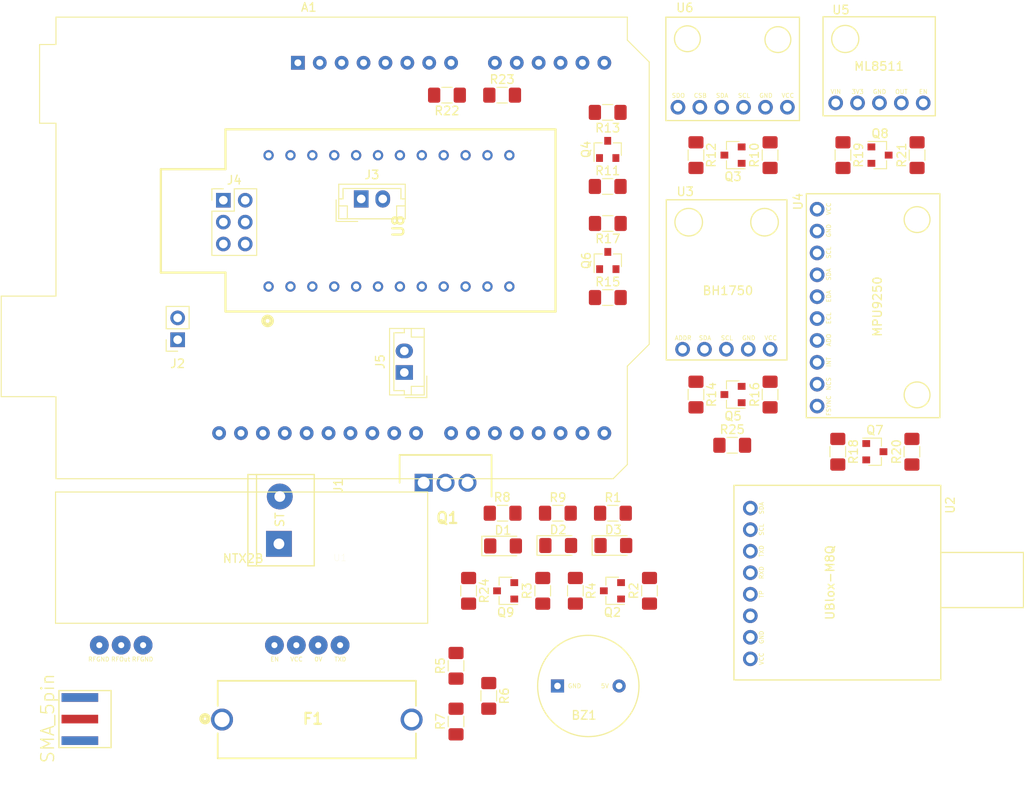
<source format=kicad_pcb>
(kicad_pcb (version 20171130) (host pcbnew "(5.0.0)")

  (general
    (thickness 1.6)
    (drawings 0)
    (tracks 0)
    (zones 0)
    (modules 53)
    (nets 41)
  )

  (page A4)
  (layers
    (0 F.Cu signal)
    (31 B.Cu signal)
    (32 B.Adhes user)
    (33 F.Adhes user)
    (34 B.Paste user)
    (35 F.Paste user)
    (36 B.SilkS user)
    (37 F.SilkS user)
    (38 B.Mask user)
    (39 F.Mask user)
    (40 Dwgs.User user)
    (41 Cmts.User user)
    (42 Eco1.User user)
    (43 Eco2.User user)
    (44 Edge.Cuts user)
    (45 Margin user)
    (46 B.CrtYd user)
    (47 F.CrtYd user)
    (48 B.Fab user)
    (49 F.Fab user)
  )

  (setup
    (last_trace_width 0.25)
    (trace_clearance 0.2)
    (zone_clearance 0.508)
    (zone_45_only no)
    (trace_min 0.2)
    (segment_width 0.2)
    (edge_width 0.15)
    (via_size 0.8)
    (via_drill 0.4)
    (via_min_size 0.4)
    (via_min_drill 0.3)
    (uvia_size 0.3)
    (uvia_drill 0.1)
    (uvias_allowed no)
    (uvia_min_size 0.2)
    (uvia_min_drill 0.1)
    (pcb_text_width 0.3)
    (pcb_text_size 1.5 1.5)
    (mod_edge_width 0.15)
    (mod_text_size 1 1)
    (mod_text_width 0.15)
    (pad_size 1.524 1.524)
    (pad_drill 0.762)
    (pad_to_mask_clearance 0.2)
    (aux_axis_origin 0 0)
    (visible_elements FFFDF77F)
    (pcbplotparams
      (layerselection 0x010fc_ffffffff)
      (usegerberextensions false)
      (usegerberattributes false)
      (usegerberadvancedattributes false)
      (creategerberjobfile false)
      (excludeedgelayer true)
      (linewidth 0.100000)
      (plotframeref false)
      (viasonmask false)
      (mode 1)
      (useauxorigin false)
      (hpglpennumber 1)
      (hpglpenspeed 20)
      (hpglpendiameter 15.000000)
      (psnegative false)
      (psa4output false)
      (plotreference true)
      (plotvalue true)
      (plotinvisibletext false)
      (padsonsilk false)
      (subtractmaskfromsilk false)
      (outputformat 1)
      (mirror false)
      (drillshape 1)
      (scaleselection 1)
      (outputdirectory ""))
  )

  (net 0 "")
  (net 1 "Net-(A1-Pad17)")
  (net 2 "Net-(A1-Pad18)")
  (net 3 /RST)
  (net 4 /UM232R_RXD)
  (net 5 3V3)
  (net 6 /UM232R_TXD)
  (net 7 5V)
  (net 8 GND)
  (net 9 /V_S_I)
  (net 10 /V_S_O)
  (net 11 "Net-(A1-Pad25)")
  (net 12 /UV_OUT)
  (net 13 /MOSI)
  (net 14 /MISO)
  (net 15 /Thermistor)
  (net 16 /SCK)
  (net 17 /I2C_SDA)
  (net 18 /I2C_SCL)
  (net 19 Ublox_TXD_5V)
  (net 20 Ublox_RXD_5V)
  (net 21 "Net-(D1-Pad2)")
  (net 22 "Net-(D2-Pad2)")
  (net 23 "Net-(D3-Pad2)")
  (net 24 "Net-(F1-Pad1)")
  (net 25 "Net-(F1-Pad2)")
  (net 26 "Net-(J5-Pad1)")
  (net 27 Ublox_RXD_3V3)
  (net 28 BMP280_SCL_3V3)
  (net 29 BMP280_SDA_3V3)
  (net 30 "Net-(Q5-Pad3)")
  (net 31 BH1750_SDA_3V3)
  (net 32 BH1750_SCL_3V3)
  (net 33 MPU9250_SDA_3V3)
  (net 34 "Net-(Q7-Pad3)")
  (net 35 MPU9250_SCL_3V3)
  (net 36 "Net-(Q8-Pad3)")
  (net 37 Ublox_TXD_3V3)
  (net 38 "Net-(R5-Pad1)")
  (net 39 "Net-(U1-Pad1)")
  (net 40 "Net-(U1-Pad2)")

  (net_class Default "This is the default net class."
    (clearance 0.2)
    (trace_width 0.25)
    (via_dia 0.8)
    (via_drill 0.4)
    (uvia_dia 0.3)
    (uvia_drill 0.1)
    (add_net /I2C_SCL)
    (add_net /I2C_SDA)
    (add_net /MISO)
    (add_net /MOSI)
    (add_net /RST)
    (add_net /SCK)
    (add_net /Thermistor)
    (add_net /UM232R_RXD)
    (add_net /UM232R_TXD)
    (add_net /UV_OUT)
    (add_net /V_S_I)
    (add_net /V_S_O)
    (add_net 3V3)
    (add_net 5V)
    (add_net BH1750_SCL_3V3)
    (add_net BH1750_SDA_3V3)
    (add_net BMP280_SCL_3V3)
    (add_net BMP280_SDA_3V3)
    (add_net GND)
    (add_net MPU9250_SCL_3V3)
    (add_net MPU9250_SDA_3V3)
    (add_net "Net-(A1-Pad17)")
    (add_net "Net-(A1-Pad18)")
    (add_net "Net-(A1-Pad25)")
    (add_net "Net-(D1-Pad2)")
    (add_net "Net-(D2-Pad2)")
    (add_net "Net-(D3-Pad2)")
    (add_net "Net-(F1-Pad1)")
    (add_net "Net-(F1-Pad2)")
    (add_net "Net-(J5-Pad1)")
    (add_net "Net-(Q5-Pad3)")
    (add_net "Net-(Q7-Pad3)")
    (add_net "Net-(Q8-Pad3)")
    (add_net "Net-(R5-Pad1)")
    (add_net "Net-(U1-Pad1)")
    (add_net "Net-(U1-Pad2)")
    (add_net Ublox_RXD_3V3)
    (add_net Ublox_RXD_5V)
    (add_net Ublox_TXD_3V3)
    (add_net Ublox_TXD_5V)
  )

  (module NTX2:UM232R_1 (layer F.Cu) (tedit 0) (tstamp 5EDA090C)
    (at 111.35 62.5 90)
    (descr UM232R)
    (tags "Undefined or Miscellaneous")
    (path /5EB2DDA6)
    (fp_text reference U8 (at -0.617 20.055 90) (layer F.SilkS)
      (effects (font (size 1.27 1.27) (thickness 0.254)))
    )
    (fp_text value UM232R (at -0.617 20.055 90) (layer F.SilkS) hide
      (effects (font (size 1.27 1.27) (thickness 0.254)))
    )
    (fp_text user %R (at -0.617 20.055 90) (layer F.Fab)
      (effects (font (size 1.27 1.27) (thickness 0.254)))
    )
    (fp_line (start 10.632 0) (end -10.525 0) (layer F.Fab) (width 0.254))
    (fp_line (start -10.525 0) (end -10.525 38.3) (layer F.Fab) (width 0.254))
    (fp_line (start -10.525 38.3) (end 10.632 38.3) (layer F.Fab) (width 0.254))
    (fp_line (start 10.632 38.3) (end 10.632 0) (layer F.Fab) (width 0.254))
    (fp_line (start -6 0) (end -6 -7.5) (layer F.Fab) (width 0.254))
    (fp_line (start -6 -7.5) (end 6 -7.5) (layer F.Fab) (width 0.254))
    (fp_line (start 6 -7.5) (end 6 0) (layer F.Fab) (width 0.254))
    (fp_line (start 10.632 38.3) (end -10.525 38.3) (layer F.SilkS) (width 0.254))
    (fp_line (start -10.525 38.3) (end -10.525 0) (layer F.SilkS) (width 0.254))
    (fp_line (start -10.525 0) (end -6 0) (layer F.SilkS) (width 0.254))
    (fp_line (start -6 0) (end -6 -7.5) (layer F.SilkS) (width 0.254))
    (fp_line (start -6 -7.5) (end 6 -7.5) (layer F.SilkS) (width 0.254))
    (fp_line (start 6 -7.5) (end 6 0) (layer F.SilkS) (width 0.254))
    (fp_line (start 6 0) (end 10.632 0) (layer F.SilkS) (width 0.254))
    (fp_line (start 10.632 0) (end 10.632 38.3) (layer F.SilkS) (width 0.254))
    (fp_circle (center -11.612 4.888) (end -11.612 5.11986) (layer F.SilkS) (width 0.5))
    (pad 1 thru_hole circle (at -7.62 5 90) (size 1.2 1.2) (drill 0.7) (layers *.Cu *.Mask)
      (net 6 /UM232R_TXD))
    (pad 2 thru_hole circle (at -7.62 7.54 90) (size 1.2 1.2) (drill 0.7) (layers *.Cu *.Mask))
    (pad 3 thru_hole circle (at -7.62 10.08 90) (size 1.2 1.2) (drill 0.7) (layers *.Cu *.Mask))
    (pad 4 thru_hole circle (at -7.62 12.62 90) (size 1.2 1.2) (drill 0.7) (layers *.Cu *.Mask))
    (pad 5 thru_hole circle (at -7.62 15.16 90) (size 1.2 1.2) (drill 0.7) (layers *.Cu *.Mask)
      (net 4 /UM232R_RXD))
    (pad 6 thru_hole circle (at -7.62 17.7 90) (size 1.2 1.2) (drill 0.7) (layers *.Cu *.Mask))
    (pad 7 thru_hole circle (at -7.62 20.24 90) (size 1.2 1.2) (drill 0.7) (layers *.Cu *.Mask)
      (net 8 GND))
    (pad 8 thru_hole circle (at -7.62 22.78 90) (size 1.2 1.2) (drill 0.7) (layers *.Cu *.Mask))
    (pad 9 thru_hole circle (at -7.62 25.32 90) (size 1.2 1.2) (drill 0.7) (layers *.Cu *.Mask))
    (pad 10 thru_hole circle (at -7.62 27.86 90) (size 1.2 1.2) (drill 0.7) (layers *.Cu *.Mask))
    (pad 11 thru_hole circle (at -7.62 30.4 90) (size 1.2 1.2) (drill 0.7) (layers *.Cu *.Mask))
    (pad 12 thru_hole circle (at -7.62 32.94 90) (size 1.2 1.2) (drill 0.7) (layers *.Cu *.Mask))
    (pad 13 thru_hole circle (at 7.62 32.94 90) (size 1.2 1.2) (drill 0.7) (layers *.Cu *.Mask))
    (pad 14 thru_hole circle (at 7.62 30.4 90) (size 1.2 1.2) (drill 0.7) (layers *.Cu *.Mask))
    (pad 15 thru_hole circle (at 7.62 27.86 90) (size 1.2 1.2) (drill 0.7) (layers *.Cu *.Mask))
    (pad 16 thru_hole circle (at 7.62 25.32 90) (size 1.2 1.2) (drill 0.7) (layers *.Cu *.Mask))
    (pad 17 thru_hole circle (at 7.62 22.78 90) (size 1.2 1.2) (drill 0.7) (layers *.Cu *.Mask))
    (pad 18 thru_hole circle (at 7.62 20.24 90) (size 1.2 1.2) (drill 0.7) (layers *.Cu *.Mask))
    (pad 19 thru_hole circle (at 7.62 17.7 90) (size 1.2 1.2) (drill 0.7) (layers *.Cu *.Mask))
    (pad 20 thru_hole circle (at 7.62 15.16 90) (size 1.2 1.2) (drill 0.7) (layers *.Cu *.Mask))
    (pad 21 thru_hole circle (at 7.62 12.62 90) (size 1.2 1.2) (drill 0.7) (layers *.Cu *.Mask))
    (pad 22 thru_hole circle (at 7.62 10.08 90) (size 1.2 1.2) (drill 0.7) (layers *.Cu *.Mask))
    (pad 23 thru_hole circle (at 7.62 7.54 90) (size 1.2 1.2) (drill 0.7) (layers *.Cu *.Mask))
    (pad 24 thru_hole circle (at 7.62 5 90) (size 1.2 1.2) (drill 0.7) (layers *.Cu *.Mask)
      (net 8 GND))
  )

  (module Resistor_SMD:R_1206_3216Metric_Pad1.42x1.75mm_HandSolder (layer F.Cu) (tedit 5B301BBD) (tstamp 5ED9BBF6)
    (at 174.542211 54.862003 90)
    (descr "Resistor SMD 1206 (3216 Metric), square (rectangular) end terminal, IPC_7351 nominal with elongated pad for handsoldering. (Body size source: http://www.tortai-tech.com/upload/download/2011102023233369053.pdf), generated with kicad-footprint-generator")
    (tags "resistor handsolder")
    (path /5E944D09)
    (attr smd)
    (fp_text reference R10 (at 0 -1.82 90) (layer F.SilkS)
      (effects (font (size 1 1) (thickness 0.15)))
    )
    (fp_text value 10K (at 0 1.82 90) (layer F.Fab)
      (effects (font (size 1 1) (thickness 0.15)))
    )
    (fp_line (start -1.6 0.8) (end -1.6 -0.8) (layer F.Fab) (width 0.1))
    (fp_line (start -1.6 -0.8) (end 1.6 -0.8) (layer F.Fab) (width 0.1))
    (fp_line (start 1.6 -0.8) (end 1.6 0.8) (layer F.Fab) (width 0.1))
    (fp_line (start 1.6 0.8) (end -1.6 0.8) (layer F.Fab) (width 0.1))
    (fp_line (start -0.602064 -0.91) (end 0.602064 -0.91) (layer F.SilkS) (width 0.12))
    (fp_line (start -0.602064 0.91) (end 0.602064 0.91) (layer F.SilkS) (width 0.12))
    (fp_line (start -2.45 1.12) (end -2.45 -1.12) (layer F.CrtYd) (width 0.05))
    (fp_line (start -2.45 -1.12) (end 2.45 -1.12) (layer F.CrtYd) (width 0.05))
    (fp_line (start 2.45 -1.12) (end 2.45 1.12) (layer F.CrtYd) (width 0.05))
    (fp_line (start 2.45 1.12) (end -2.45 1.12) (layer F.CrtYd) (width 0.05))
    (fp_text user %R (at 0 0 90) (layer F.Fab)
      (effects (font (size 0.8 0.8) (thickness 0.12)))
    )
    (pad 1 smd roundrect (at -1.4875 0 90) (size 1.425 1.75) (layers F.Cu F.Paste F.Mask) (roundrect_rratio 0.175439)
      (net 5 3V3))
    (pad 2 smd roundrect (at 1.4875 0 90) (size 1.425 1.75) (layers F.Cu F.Paste F.Mask) (roundrect_rratio 0.175439)
      (net 28 BMP280_SCL_3V3))
    (model ${KISYS3DMOD}/Resistor_SMD.3dshapes/R_1206_3216Metric.wrl
      (at (xyz 0 0 0))
      (scale (xyz 1 1 1))
      (rotate (xyz 0 0 0))
    )
  )

  (module Resistor_SMD:R_1206_3216Metric_Pad1.42x1.75mm_HandSolder (layer F.Cu) (tedit 5B301BBD) (tstamp 5ED976F1)
    (at 165.942211 54.862003 90)
    (descr "Resistor SMD 1206 (3216 Metric), square (rectangular) end terminal, IPC_7351 nominal with elongated pad for handsoldering. (Body size source: http://www.tortai-tech.com/upload/download/2011102023233369053.pdf), generated with kicad-footprint-generator")
    (tags "resistor handsolder")
    (path /5E944D10)
    (attr smd)
    (fp_text reference R12 (at 0 1.78 90) (layer F.SilkS)
      (effects (font (size 1 1) (thickness 0.15)))
    )
    (fp_text value 10K (at 0 1.82 90) (layer F.Fab)
      (effects (font (size 1 1) (thickness 0.15)))
    )
    (fp_line (start -1.6 0.8) (end -1.6 -0.8) (layer F.Fab) (width 0.1))
    (fp_line (start -1.6 -0.8) (end 1.6 -0.8) (layer F.Fab) (width 0.1))
    (fp_line (start 1.6 -0.8) (end 1.6 0.8) (layer F.Fab) (width 0.1))
    (fp_line (start 1.6 0.8) (end -1.6 0.8) (layer F.Fab) (width 0.1))
    (fp_line (start -0.602064 -0.91) (end 0.602064 -0.91) (layer F.SilkS) (width 0.12))
    (fp_line (start -0.602064 0.91) (end 0.602064 0.91) (layer F.SilkS) (width 0.12))
    (fp_line (start -2.45 1.12) (end -2.45 -1.12) (layer F.CrtYd) (width 0.05))
    (fp_line (start -2.45 -1.12) (end 2.45 -1.12) (layer F.CrtYd) (width 0.05))
    (fp_line (start 2.45 -1.12) (end 2.45 1.12) (layer F.CrtYd) (width 0.05))
    (fp_line (start 2.45 1.12) (end -2.45 1.12) (layer F.CrtYd) (width 0.05))
    (fp_text user %R (at 0 0 90) (layer F.Fab)
      (effects (font (size 0.8 0.8) (thickness 0.12)))
    )
    (pad 1 smd roundrect (at -1.4875 0 90) (size 1.425 1.75) (layers F.Cu F.Paste F.Mask) (roundrect_rratio 0.175439)
      (net 7 5V))
    (pad 2 smd roundrect (at 1.4875 0 90) (size 1.425 1.75) (layers F.Cu F.Paste F.Mask) (roundrect_rratio 0.175439)
      (net 18 /I2C_SCL))
    (model ${KISYS3DMOD}/Resistor_SMD.3dshapes/R_1206_3216Metric.wrl
      (at (xyz 0 0 0))
      (scale (xyz 1 1 1))
      (rotate (xyz 0 0 0))
    )
  )

  (module Package_TO_SOT_SMD:SOT-23 (layer F.Cu) (tedit 5A02FF57) (tstamp 5ED975A7)
    (at 170.242211 54.862003 180)
    (descr "SOT-23, Standard")
    (tags SOT-23)
    (path /5E944D02)
    (attr smd)
    (fp_text reference Q3 (at 0 -2.5 180) (layer F.SilkS)
      (effects (font (size 1 1) (thickness 0.15)))
    )
    (fp_text value BSS138 (at 0 2.5 180) (layer F.Fab)
      (effects (font (size 1 1) (thickness 0.15)))
    )
    (fp_line (start 0.76 1.58) (end -0.7 1.58) (layer F.SilkS) (width 0.12))
    (fp_line (start 0.76 -1.58) (end -1.4 -1.58) (layer F.SilkS) (width 0.12))
    (fp_line (start -1.7 1.75) (end -1.7 -1.75) (layer F.CrtYd) (width 0.05))
    (fp_line (start 1.7 1.75) (end -1.7 1.75) (layer F.CrtYd) (width 0.05))
    (fp_line (start 1.7 -1.75) (end 1.7 1.75) (layer F.CrtYd) (width 0.05))
    (fp_line (start -1.7 -1.75) (end 1.7 -1.75) (layer F.CrtYd) (width 0.05))
    (fp_line (start 0.76 -1.58) (end 0.76 -0.65) (layer F.SilkS) (width 0.12))
    (fp_line (start 0.76 1.58) (end 0.76 0.65) (layer F.SilkS) (width 0.12))
    (fp_line (start -0.7 1.52) (end 0.7 1.52) (layer F.Fab) (width 0.1))
    (fp_line (start 0.7 -1.52) (end 0.7 1.52) (layer F.Fab) (width 0.1))
    (fp_line (start -0.7 -0.95) (end -0.15 -1.52) (layer F.Fab) (width 0.1))
    (fp_line (start -0.15 -1.52) (end 0.7 -1.52) (layer F.Fab) (width 0.1))
    (fp_line (start -0.7 -0.95) (end -0.7 1.5) (layer F.Fab) (width 0.1))
    (fp_text user %R (at 0 0 270) (layer F.Fab)
      (effects (font (size 0.5 0.5) (thickness 0.075)))
    )
    (pad 3 smd rect (at 1 0 180) (size 0.9 0.8) (layers F.Cu F.Paste F.Mask)
      (net 18 /I2C_SCL))
    (pad 2 smd rect (at -1 0.95 180) (size 0.9 0.8) (layers F.Cu F.Paste F.Mask)
      (net 28 BMP280_SCL_3V3))
    (pad 1 smd rect (at -1 -0.95 180) (size 0.9 0.8) (layers F.Cu F.Paste F.Mask)
      (net 5 3V3))
    (model ${KISYS3DMOD}/Package_TO_SOT_SMD.3dshapes/SOT-23.wrl
      (at (xyz 0 0 0))
      (scale (xyz 1 1 1))
      (rotate (xyz 0 0 0))
    )
  )

  (module "NTX2:Arduino_UNO_R3_(Headers_Version)" (layer F.Cu) (tedit 5EB328BC) (tstamp 5ED97493)
    (at 119.75 41.51)
    (descr "Arduino UNO R3, http://www.mouser.com/pdfdocs/Gravitech_Arduino_Nano3_0.pdf")
    (tags "Arduino UNO R3")
    (path /5E8F8079)
    (fp_text reference A1 (at 1.27 -3.81 180) (layer F.SilkS)
      (effects (font (size 1 1) (thickness 0.15)))
    )
    (fp_text value Arduino_UNO_R3 (at 0 22.86) (layer F.Fab)
      (effects (font (size 1 1) (thickness 0.15)))
    )
    (fp_text user %R (at 0 20.32 180) (layer F.Fab)
      (effects (font (size 1 1) (thickness 0.15)))
    )
    (fp_line (start 38.35 -2.79) (end 38.35 0) (layer F.CrtYd) (width 0.05))
    (fp_line (start 38.35 0) (end 40.89 2.54) (layer F.CrtYd) (width 0.05))
    (fp_line (start 40.89 2.54) (end 40.89 35.31) (layer F.CrtYd) (width 0.05))
    (fp_line (start 40.89 35.31) (end 38.35 37.85) (layer F.CrtYd) (width 0.05))
    (fp_line (start 38.35 37.85) (end 38.35 49.28) (layer F.CrtYd) (width 0.05))
    (fp_line (start 38.35 49.28) (end 36.58 51.05) (layer F.CrtYd) (width 0.05))
    (fp_line (start 36.58 51.05) (end -28.19 51.05) (layer F.CrtYd) (width 0.05))
    (fp_line (start -28.19 51.05) (end -28.19 41.53) (layer F.CrtYd) (width 0.05))
    (fp_line (start -28.19 41.53) (end -34.54 41.53) (layer F.CrtYd) (width 0.05))
    (fp_line (start -34.54 41.53) (end -34.54 29.59) (layer F.CrtYd) (width 0.05))
    (fp_line (start -34.54 29.59) (end -28.19 29.59) (layer F.CrtYd) (width 0.05))
    (fp_line (start -28.19 29.59) (end -28.19 9.78) (layer F.CrtYd) (width 0.05))
    (fp_line (start -28.19 9.78) (end -30.1 9.78) (layer F.CrtYd) (width 0.05))
    (fp_line (start -30.1 9.78) (end -30.1 0.38) (layer F.CrtYd) (width 0.05))
    (fp_line (start -30.1 0.38) (end -28.19 0.38) (layer F.CrtYd) (width 0.05))
    (fp_line (start -28.19 0.38) (end -28.19 -2.79) (layer F.CrtYd) (width 0.05))
    (fp_line (start -28.19 -2.79) (end 38.35 -2.79) (layer F.CrtYd) (width 0.05))
    (fp_line (start 40.77 35.31) (end 40.77 2.54) (layer F.SilkS) (width 0.12))
    (fp_line (start 40.77 2.54) (end 38.23 0) (layer F.SilkS) (width 0.12))
    (fp_line (start 38.23 0) (end 38.23 -2.67) (layer F.SilkS) (width 0.12))
    (fp_line (start 38.23 -2.67) (end -28.07 -2.67) (layer F.SilkS) (width 0.12))
    (fp_line (start -28.07 -2.67) (end -28.07 0.51) (layer F.SilkS) (width 0.12))
    (fp_line (start -28.07 0.51) (end -29.97 0.51) (layer F.SilkS) (width 0.12))
    (fp_line (start -29.97 0.51) (end -29.97 9.65) (layer F.SilkS) (width 0.12))
    (fp_line (start -29.97 9.65) (end -28.07 9.65) (layer F.SilkS) (width 0.12))
    (fp_line (start -28.07 9.65) (end -28.07 29.72) (layer F.SilkS) (width 0.12))
    (fp_line (start -28.07 29.72) (end -34.42 29.72) (layer F.SilkS) (width 0.12))
    (fp_line (start -34.42 29.72) (end -34.42 41.4) (layer F.SilkS) (width 0.12))
    (fp_line (start -34.42 41.4) (end -28.07 41.4) (layer F.SilkS) (width 0.12))
    (fp_line (start -28.07 41.4) (end -28.07 50.93) (layer F.SilkS) (width 0.12))
    (fp_line (start -28.07 50.93) (end 36.58 50.93) (layer F.SilkS) (width 0.12))
    (fp_line (start 36.58 50.93) (end 38.23 49.28) (layer F.SilkS) (width 0.12))
    (fp_line (start 38.23 49.28) (end 38.23 37.85) (layer F.SilkS) (width 0.12))
    (fp_line (start 38.23 37.85) (end 40.77 35.31) (layer F.SilkS) (width 0.12))
    (fp_line (start -34.29 29.84) (end -18.41 29.84) (layer F.Fab) (width 0.1))
    (fp_line (start -18.41 29.84) (end -18.41 41.27) (layer F.Fab) (width 0.1))
    (fp_line (start -18.41 41.27) (end -34.29 41.27) (layer F.Fab) (width 0.1))
    (fp_line (start -34.29 41.27) (end -34.29 29.84) (layer F.Fab) (width 0.1))
    (fp_line (start -29.84 0.64) (end -16.51 0.64) (layer F.Fab) (width 0.1))
    (fp_line (start -16.51 0.64) (end -16.51 9.53) (layer F.Fab) (width 0.1))
    (fp_line (start -16.51 9.53) (end -29.84 9.53) (layer F.Fab) (width 0.1))
    (fp_line (start -29.84 9.53) (end -29.84 0.64) (layer F.Fab) (width 0.1))
    (fp_line (start 38.1 37.85) (end 38.1 49.28) (layer F.Fab) (width 0.1))
    (fp_line (start 40.64 2.54) (end 40.64 35.31) (layer F.Fab) (width 0.1))
    (fp_line (start 40.64 35.31) (end 38.1 37.85) (layer F.Fab) (width 0.1))
    (fp_line (start 38.1 -2.54) (end 38.1 0) (layer F.Fab) (width 0.1))
    (fp_line (start 38.1 0) (end 40.64 2.54) (layer F.Fab) (width 0.1))
    (fp_line (start 38.1 49.28) (end 36.58 50.8) (layer F.Fab) (width 0.1))
    (fp_line (start 36.58 50.8) (end -27.94 50.8) (layer F.Fab) (width 0.1))
    (fp_line (start -27.94 50.8) (end -27.94 -2.54) (layer F.Fab) (width 0.1))
    (fp_line (start -27.94 -2.54) (end 38.1 -2.54) (layer F.Fab) (width 0.1))
    (pad 32 thru_hole oval (at -9.14 45.63 90) (size 1.6 1.6) (drill 0.8) (layers *.Cu *.Mask))
    (pad 31 thru_hole oval (at -6.6 45.63 90) (size 1.6 1.6) (drill 0.8) (layers *.Cu *.Mask))
    (pad 1 thru_hole rect (at 0 2.63 90) (size 1.6 1.6) (drill 0.8) (layers *.Cu *.Mask))
    (pad 17 thru_hole oval (at 30.48 45.63 90) (size 1.6 1.6) (drill 0.8) (layers *.Cu *.Mask)
      (net 1 "Net-(A1-Pad17)"))
    (pad 2 thru_hole oval (at 2.54 2.63 90) (size 1.6 1.6) (drill 0.8) (layers *.Cu *.Mask))
    (pad 18 thru_hole oval (at 27.94 45.63 90) (size 1.6 1.6) (drill 0.8) (layers *.Cu *.Mask)
      (net 2 "Net-(A1-Pad18)"))
    (pad 3 thru_hole oval (at 5.08 2.63 90) (size 1.6 1.6) (drill 0.8) (layers *.Cu *.Mask)
      (net 3 /RST))
    (pad 19 thru_hole oval (at 25.4 45.63 90) (size 1.6 1.6) (drill 0.8) (layers *.Cu *.Mask)
      (net 4 /UM232R_RXD))
    (pad 4 thru_hole oval (at 7.62 2.63 90) (size 1.6 1.6) (drill 0.8) (layers *.Cu *.Mask)
      (net 5 3V3))
    (pad 20 thru_hole oval (at 22.86 45.63 90) (size 1.6 1.6) (drill 0.8) (layers *.Cu *.Mask)
      (net 6 /UM232R_TXD))
    (pad 5 thru_hole oval (at 10.16 2.63 90) (size 1.6 1.6) (drill 0.8) (layers *.Cu *.Mask)
      (net 7 5V))
    (pad 21 thru_hole oval (at 20.32 45.63 90) (size 1.6 1.6) (drill 0.8) (layers *.Cu *.Mask))
    (pad 6 thru_hole oval (at 12.7 2.63 90) (size 1.6 1.6) (drill 0.8) (layers *.Cu *.Mask)
      (net 8 GND))
    (pad 22 thru_hole oval (at 17.78 45.63 90) (size 1.6 1.6) (drill 0.8) (layers *.Cu *.Mask))
    (pad 7 thru_hole oval (at 15.24 2.63 90) (size 1.6 1.6) (drill 0.8) (layers *.Cu *.Mask)
      (net 8 GND))
    (pad 23 thru_hole oval (at 13.72 45.63 90) (size 1.6 1.6) (drill 0.8) (layers *.Cu *.Mask))
    (pad 8 thru_hole oval (at 17.78 2.63 90) (size 1.6 1.6) (drill 0.8) (layers *.Cu *.Mask)
      (net 9 /V_S_I))
    (pad 24 thru_hole oval (at 11.18 45.63 90) (size 1.6 1.6) (drill 0.8) (layers *.Cu *.Mask))
    (pad 9 thru_hole oval (at 22.86 2.63 90) (size 1.6 1.6) (drill 0.8) (layers *.Cu *.Mask)
      (net 10 /V_S_O))
    (pad 25 thru_hole oval (at 8.64 45.63 90) (size 1.6 1.6) (drill 0.8) (layers *.Cu *.Mask)
      (net 11 "Net-(A1-Pad25)"))
    (pad 10 thru_hole oval (at 25.4 2.63 90) (size 1.6 1.6) (drill 0.8) (layers *.Cu *.Mask)
      (net 12 /UV_OUT))
    (pad 26 thru_hole oval (at 6.1 45.63 90) (size 1.6 1.6) (drill 0.8) (layers *.Cu *.Mask)
      (net 13 /MOSI))
    (pad 11 thru_hole oval (at 27.94 2.63 90) (size 1.6 1.6) (drill 0.8) (layers *.Cu *.Mask)
      (net 5 3V3))
    (pad 27 thru_hole oval (at 3.56 45.63 90) (size 1.6 1.6) (drill 0.8) (layers *.Cu *.Mask)
      (net 14 /MISO))
    (pad 12 thru_hole oval (at 30.48 2.63 90) (size 1.6 1.6) (drill 0.8) (layers *.Cu *.Mask)
      (net 15 /Thermistor))
    (pad 28 thru_hole oval (at 1.02 45.63 90) (size 1.6 1.6) (drill 0.8) (layers *.Cu *.Mask)
      (net 16 /SCK))
    (pad 13 thru_hole oval (at 33.02 2.63 90) (size 1.6 1.6) (drill 0.8) (layers *.Cu *.Mask)
      (net 17 /I2C_SDA))
    (pad 29 thru_hole oval (at -1.52 45.63 90) (size 1.6 1.6) (drill 0.8) (layers *.Cu *.Mask)
      (net 8 GND))
    (pad 14 thru_hole oval (at 35.56 2.63 90) (size 1.6 1.6) (drill 0.8) (layers *.Cu *.Mask)
      (net 18 /I2C_SCL))
    (pad 30 thru_hole oval (at -4.06 45.63 90) (size 1.6 1.6) (drill 0.8) (layers *.Cu *.Mask))
    (pad 15 thru_hole oval (at 35.56 45.63 90) (size 1.6 1.6) (drill 0.8) (layers *.Cu *.Mask)
      (net 19 Ublox_TXD_5V))
    (pad 16 thru_hole oval (at 33.02 45.63 90) (size 1.6 1.6) (drill 0.8) (layers *.Cu *.Mask)
      (net 20 Ublox_RXD_5V))
    (model ${KISYS3DMOD}/Module.3dshapes/Arduino_UNO_R3.wrl
      (at (xyz 0 0 0))
      (scale (xyz 1 1 1))
      (rotate (xyz 0 0 0))
    )
  )

  (module NTX2:5V_Buzzer (layer F.Cu) (tedit 5E9E3510) (tstamp 5ED9749C)
    (at 153.45 116.5 180)
    (path /5EED2E18)
    (fp_text reference BZ1 (at 0.5 -3.4 180) (layer F.SilkS)
      (effects (font (size 1 1) (thickness 0.15)))
    )
    (fp_text value Buzzer (at -11.45 -11.6 180) (layer F.Fab)
      (effects (font (size 1 1) (thickness 0.15)))
    )
    (fp_circle (center 0 0) (end 5.88 0) (layer F.SilkS) (width 0.15))
    (fp_text user 5V (at -1.925 0 180) (layer F.SilkS)
      (effects (font (size 0.5 0.5) (thickness 0.075)))
    )
    (fp_text user GND (at 1.6 0 180) (layer F.SilkS)
      (effects (font (size 0.5 0.5) (thickness 0.075)))
    )
    (pad 1 thru_hole circle (at -3.575 0 180) (size 1.524 1.524) (drill 0.762) (layers *.Cu *.Mask)
      (net 14 /MISO))
    (pad 2 thru_hole rect (at 3.575 0 180) (size 1.524 1.524) (drill 0.762) (layers *.Cu *.Mask)
      (net 8 GND))
  )

  (module LED_SMD:LED_1206_3216Metric_Pad1.42x1.75mm_HandSolder (layer F.Cu) (tedit 5B4B45C9) (tstamp 5ED974AF)
    (at 143.555874 100.24092)
    (descr "LED SMD 1206 (3216 Metric), square (rectangular) end terminal, IPC_7351 nominal, (Body size source: http://www.tortai-tech.com/upload/download/2011102023233369053.pdf), generated with kicad-footprint-generator")
    (tags "LED handsolder")
    (path /5E9216E1)
    (attr smd)
    (fp_text reference D1 (at 0 -1.82) (layer F.SilkS)
      (effects (font (size 1 1) (thickness 0.15)))
    )
    (fp_text value OK_LED (at 0 1.82) (layer F.Fab)
      (effects (font (size 1 1) (thickness 0.15)))
    )
    (fp_line (start 1.6 -0.8) (end -1.2 -0.8) (layer F.Fab) (width 0.1))
    (fp_line (start -1.2 -0.8) (end -1.6 -0.4) (layer F.Fab) (width 0.1))
    (fp_line (start -1.6 -0.4) (end -1.6 0.8) (layer F.Fab) (width 0.1))
    (fp_line (start -1.6 0.8) (end 1.6 0.8) (layer F.Fab) (width 0.1))
    (fp_line (start 1.6 0.8) (end 1.6 -0.8) (layer F.Fab) (width 0.1))
    (fp_line (start 1.6 -1.135) (end -2.46 -1.135) (layer F.SilkS) (width 0.12))
    (fp_line (start -2.46 -1.135) (end -2.46 1.135) (layer F.SilkS) (width 0.12))
    (fp_line (start -2.46 1.135) (end 1.6 1.135) (layer F.SilkS) (width 0.12))
    (fp_line (start -2.45 1.12) (end -2.45 -1.12) (layer F.CrtYd) (width 0.05))
    (fp_line (start -2.45 -1.12) (end 2.45 -1.12) (layer F.CrtYd) (width 0.05))
    (fp_line (start 2.45 -1.12) (end 2.45 1.12) (layer F.CrtYd) (width 0.05))
    (fp_line (start 2.45 1.12) (end -2.45 1.12) (layer F.CrtYd) (width 0.05))
    (fp_text user %R (at 0 0) (layer F.Fab)
      (effects (font (size 0.8 0.8) (thickness 0.12)))
    )
    (pad 1 smd roundrect (at -1.4875 0) (size 1.425 1.75) (layers F.Cu F.Paste F.Mask) (roundrect_rratio 0.175439)
      (net 8 GND))
    (pad 2 smd roundrect (at 1.4875 0) (size 1.425 1.75) (layers F.Cu F.Paste F.Mask) (roundrect_rratio 0.175439)
      (net 21 "Net-(D1-Pad2)"))
    (model ${KISYS3DMOD}/LED_SMD.3dshapes/LED_1206_3216Metric.wrl
      (at (xyz 0 0 0))
      (scale (xyz 1 1 1))
      (rotate (xyz 0 0 0))
    )
  )

  (module LED_SMD:LED_1206_3216Metric_Pad1.42x1.75mm_HandSolder (layer F.Cu) (tedit 5B4B45C9) (tstamp 5ED974C2)
    (at 149.955874 100.19092)
    (descr "LED SMD 1206 (3216 Metric), square (rectangular) end terminal, IPC_7351 nominal, (Body size source: http://www.tortai-tech.com/upload/download/2011102023233369053.pdf), generated with kicad-footprint-generator")
    (tags "LED handsolder")
    (path /5E91A9EF)
    (attr smd)
    (fp_text reference D2 (at 0 -1.82) (layer F.SilkS)
      (effects (font (size 1 1) (thickness 0.15)))
    )
    (fp_text value WARN_LED (at 0 1.82) (layer F.Fab)
      (effects (font (size 1 1) (thickness 0.15)))
    )
    (fp_line (start 1.6 -0.8) (end -1.2 -0.8) (layer F.Fab) (width 0.1))
    (fp_line (start -1.2 -0.8) (end -1.6 -0.4) (layer F.Fab) (width 0.1))
    (fp_line (start -1.6 -0.4) (end -1.6 0.8) (layer F.Fab) (width 0.1))
    (fp_line (start -1.6 0.8) (end 1.6 0.8) (layer F.Fab) (width 0.1))
    (fp_line (start 1.6 0.8) (end 1.6 -0.8) (layer F.Fab) (width 0.1))
    (fp_line (start 1.6 -1.135) (end -2.46 -1.135) (layer F.SilkS) (width 0.12))
    (fp_line (start -2.46 -1.135) (end -2.46 1.135) (layer F.SilkS) (width 0.12))
    (fp_line (start -2.46 1.135) (end 1.6 1.135) (layer F.SilkS) (width 0.12))
    (fp_line (start -2.45 1.12) (end -2.45 -1.12) (layer F.CrtYd) (width 0.05))
    (fp_line (start -2.45 -1.12) (end 2.45 -1.12) (layer F.CrtYd) (width 0.05))
    (fp_line (start 2.45 -1.12) (end 2.45 1.12) (layer F.CrtYd) (width 0.05))
    (fp_line (start 2.45 1.12) (end -2.45 1.12) (layer F.CrtYd) (width 0.05))
    (fp_text user %R (at 0 0) (layer F.Fab)
      (effects (font (size 0.8 0.8) (thickness 0.12)))
    )
    (pad 1 smd roundrect (at -1.4875 0) (size 1.425 1.75) (layers F.Cu F.Paste F.Mask) (roundrect_rratio 0.175439)
      (net 8 GND))
    (pad 2 smd roundrect (at 1.4875 0) (size 1.425 1.75) (layers F.Cu F.Paste F.Mask) (roundrect_rratio 0.175439)
      (net 22 "Net-(D2-Pad2)"))
    (model ${KISYS3DMOD}/LED_SMD.3dshapes/LED_1206_3216Metric.wrl
      (at (xyz 0 0 0))
      (scale (xyz 1 1 1))
      (rotate (xyz 0 0 0))
    )
  )

  (module LED_SMD:LED_1206_3216Metric_Pad1.42x1.75mm_HandSolder (layer F.Cu) (tedit 5B4B45C9) (tstamp 5ED974D5)
    (at 156.355874 100.19092)
    (descr "LED SMD 1206 (3216 Metric), square (rectangular) end terminal, IPC_7351 nominal, (Body size source: http://www.tortai-tech.com/upload/download/2011102023233369053.pdf), generated with kicad-footprint-generator")
    (tags "LED handsolder")
    (path /5EA024F7)
    (attr smd)
    (fp_text reference D3 (at 0 -1.82) (layer F.SilkS)
      (effects (font (size 1 1) (thickness 0.15)))
    )
    (fp_text value GPS_LOCK (at 0 1.82) (layer F.Fab)
      (effects (font (size 1 1) (thickness 0.15)))
    )
    (fp_text user %R (at 0 0) (layer F.Fab)
      (effects (font (size 0.8 0.8) (thickness 0.12)))
    )
    (fp_line (start 2.45 1.12) (end -2.45 1.12) (layer F.CrtYd) (width 0.05))
    (fp_line (start 2.45 -1.12) (end 2.45 1.12) (layer F.CrtYd) (width 0.05))
    (fp_line (start -2.45 -1.12) (end 2.45 -1.12) (layer F.CrtYd) (width 0.05))
    (fp_line (start -2.45 1.12) (end -2.45 -1.12) (layer F.CrtYd) (width 0.05))
    (fp_line (start -2.46 1.135) (end 1.6 1.135) (layer F.SilkS) (width 0.12))
    (fp_line (start -2.46 -1.135) (end -2.46 1.135) (layer F.SilkS) (width 0.12))
    (fp_line (start 1.6 -1.135) (end -2.46 -1.135) (layer F.SilkS) (width 0.12))
    (fp_line (start 1.6 0.8) (end 1.6 -0.8) (layer F.Fab) (width 0.1))
    (fp_line (start -1.6 0.8) (end 1.6 0.8) (layer F.Fab) (width 0.1))
    (fp_line (start -1.6 -0.4) (end -1.6 0.8) (layer F.Fab) (width 0.1))
    (fp_line (start -1.2 -0.8) (end -1.6 -0.4) (layer F.Fab) (width 0.1))
    (fp_line (start 1.6 -0.8) (end -1.2 -0.8) (layer F.Fab) (width 0.1))
    (pad 2 smd roundrect (at 1.4875 0) (size 1.425 1.75) (layers F.Cu F.Paste F.Mask) (roundrect_rratio 0.175439)
      (net 23 "Net-(D3-Pad2)"))
    (pad 1 smd roundrect (at -1.4875 0) (size 1.425 1.75) (layers F.Cu F.Paste F.Mask) (roundrect_rratio 0.175439)
      (net 8 GND))
    (model ${KISYS3DMOD}/LED_SMD.3dshapes/LED_1206_3216Metric.wrl
      (at (xyz 0 0 0))
      (scale (xyz 1 1 1))
      (rotate (xyz 0 0 0))
    )
  )

  (module NTX2:MC000827 (layer F.Cu) (tedit 0) (tstamp 5EDA93BB)
    (at 121.95 120.4)
    (descr MC000827)
    (tags "Undefined or Miscellaneous")
    (path /5E9D748E)
    (fp_text reference F1 (at -0.4508 -0.0818) (layer F.SilkS)
      (effects (font (size 1.27 1.27) (thickness 0.254)))
    )
    (fp_text value "500mA Fuse" (at -0.4508 -0.0818) (layer F.SilkS) hide
      (effects (font (size 1.27 1.27) (thickness 0.254)))
    )
    (fp_text user %R (at -0.4508 -0.0818) (layer F.Fab)
      (effects (font (size 1.27 1.27) (thickness 0.254)))
    )
    (fp_line (start -11.5 -4.5) (end 11.5 -4.5) (layer F.Fab) (width 0.2))
    (fp_line (start 11.5 -4.5) (end 11.5 4.5) (layer F.Fab) (width 0.2))
    (fp_line (start 11.5 4.5) (end -11.5 4.5) (layer F.Fab) (width 0.2))
    (fp_line (start -11.5 4.5) (end -11.5 -4.5) (layer F.Fab) (width 0.2))
    (fp_line (start -11.5 -4.5) (end 11.5 -4.5) (layer F.SilkS) (width 0.2))
    (fp_line (start 11.5 4.5) (end -11.5 4.5) (layer F.SilkS) (width 0.2))
    (fp_line (start -11.5 4.5) (end -11.5 1.6) (layer F.SilkS) (width 0.2))
    (fp_line (start -11.5 -4.5) (end -11.5 -1.6) (layer F.SilkS) (width 0.2))
    (fp_line (start 11.5 -4.5) (end 11.5 -1.6) (layer F.SilkS) (width 0.2))
    (fp_line (start 11.5 4.5) (end 11.5 1.6) (layer F.SilkS) (width 0.2))
    (fp_circle (center -12.976 -0.096) (end -12.976 0.06154) (layer F.SilkS) (width 0.5))
    (pad 1 thru_hole circle (at -11 0) (size 2.55 2.55) (drill 1.76) (layers *.Cu *.Mask)
      (net 24 "Net-(F1-Pad1)"))
    (pad 2 thru_hole circle (at 11 0) (size 2.55 2.55) (drill 1.76) (layers *.Cu *.Mask)
      (net 25 "Net-(F1-Pad2)"))
  )

  (module NTX2:2_Pin_Screw_Terminal (layer F.Cu) (tedit 5EB231A7) (tstamp 5EDA938C)
    (at 117.65 97.25 270)
    (path /5EB93592)
    (fp_text reference J1 (at -4 -6.8 90) (layer F.SilkS)
      (effects (font (size 1 1) (thickness 0.15)))
    )
    (fp_text value Screw_Terminal_01x02 (at -0.5 -5.2 270) (layer F.Fab)
      (effects (font (size 1 1) (thickness 0.15)))
    )
    (fp_line (start 5.3 3.7) (end 5.3 -4) (layer F.SilkS) (width 0.15))
    (fp_line (start -5.3 3.7) (end 5.3 3.7) (layer F.SilkS) (width 0.15))
    (fp_line (start -5.3 -4) (end 5.3 -4) (layer F.SilkS) (width 0.15))
    (fp_line (start -5.3 3.7) (end -5.3 -4) (layer F.SilkS) (width 0.15))
    (fp_text user ST (at -0.05 0 90) (layer F.SilkS)
      (effects (font (size 1 1) (thickness 0.15)))
    )
    (fp_line (start -5.3 2.7) (end 5.3 2.7) (layer F.SilkS) (width 0.15))
    (fp_line (start 5.5 -4.2) (end 5.5 3.9) (layer F.CrtYd) (width 0.15))
    (fp_line (start 5.5 3.9) (end -5.5 3.9) (layer F.CrtYd) (width 0.15))
    (fp_line (start -5.5 3.9) (end -5.5 -4.2) (layer F.CrtYd) (width 0.15))
    (fp_line (start -5.5 -4.2) (end 5.5 -4.2) (layer F.CrtYd) (width 0.15))
    (pad 1 thru_hole circle (at -2.75 0 270) (size 3 3) (drill 1.25) (layers *.Cu *.Mask)
      (net 24 "Net-(F1-Pad1)"))
    (pad 2 thru_hole rect (at 2.75 0.1 270) (size 3 3) (drill 1.25) (layers *.Cu *.Mask)
      (net 8 GND))
    (model "C:/Users/Ric/Desktop/UNI/Electronics And Telecommuncations Bach/Year 3/2. Electronic Design (Tue)/Blast Furnance PCB/Screw Terminal/Screw Terminal Block 5mm v2.wrl"
      (offset (xyz -2.5 -0.2 0))
      (scale (xyz 1 1 1))
      (rotate (xyz 0 0 0))
    )
  )

  (module Connector_PinSocket_2.54mm:PinSocket_1x02_P2.54mm_Vertical (layer F.Cu) (tedit 5A19A420) (tstamp 5ED9750D)
    (at 105.8 76.3 180)
    (descr "Through hole straight socket strip, 1x02, 2.54mm pitch, single row (from Kicad 4.0.7), script generated")
    (tags "Through hole socket strip THT 1x02 2.54mm single row")
    (path /5EA38149)
    (fp_text reference J2 (at 0 -2.77 180) (layer F.SilkS)
      (effects (font (size 1 1) (thickness 0.15)))
    )
    (fp_text value Conn_01x02 (at 0 5.31 180) (layer F.Fab)
      (effects (font (size 1 1) (thickness 0.15)))
    )
    (fp_line (start -1.27 -1.27) (end 0.635 -1.27) (layer F.Fab) (width 0.1))
    (fp_line (start 0.635 -1.27) (end 1.27 -0.635) (layer F.Fab) (width 0.1))
    (fp_line (start 1.27 -0.635) (end 1.27 3.81) (layer F.Fab) (width 0.1))
    (fp_line (start 1.27 3.81) (end -1.27 3.81) (layer F.Fab) (width 0.1))
    (fp_line (start -1.27 3.81) (end -1.27 -1.27) (layer F.Fab) (width 0.1))
    (fp_line (start -1.33 1.27) (end 1.33 1.27) (layer F.SilkS) (width 0.12))
    (fp_line (start -1.33 1.27) (end -1.33 3.87) (layer F.SilkS) (width 0.12))
    (fp_line (start -1.33 3.87) (end 1.33 3.87) (layer F.SilkS) (width 0.12))
    (fp_line (start 1.33 1.27) (end 1.33 3.87) (layer F.SilkS) (width 0.12))
    (fp_line (start 1.33 -1.33) (end 1.33 0) (layer F.SilkS) (width 0.12))
    (fp_line (start 0 -1.33) (end 1.33 -1.33) (layer F.SilkS) (width 0.12))
    (fp_line (start -1.8 -1.8) (end 1.75 -1.8) (layer F.CrtYd) (width 0.05))
    (fp_line (start 1.75 -1.8) (end 1.75 4.3) (layer F.CrtYd) (width 0.05))
    (fp_line (start 1.75 4.3) (end -1.8 4.3) (layer F.CrtYd) (width 0.05))
    (fp_line (start -1.8 4.3) (end -1.8 -1.8) (layer F.CrtYd) (width 0.05))
    (fp_text user %R (at 0 1.27 270) (layer F.Fab)
      (effects (font (size 1 1) (thickness 0.15)))
    )
    (pad 1 thru_hole rect (at 0 0 180) (size 1.7 1.7) (drill 1) (layers *.Cu *.Mask)
      (net 19 Ublox_TXD_5V))
    (pad 2 thru_hole oval (at 0 2.54 180) (size 1.7 1.7) (drill 1) (layers *.Cu *.Mask)
      (net 20 Ublox_RXD_5V))
    (model ${KISYS3DMOD}/Connector_PinSocket_2.54mm.3dshapes/PinSocket_1x02_P2.54mm_Vertical.wrl
      (at (xyz 0 0 0))
      (scale (xyz 1 1 1))
      (rotate (xyz 0 0 0))
    )
  )

  (module Connector_JST:JST_EH_B02B-EH-A_1x02_P2.50mm_Vertical (layer F.Cu) (tedit 5A0EB040) (tstamp 5ED9752D)
    (at 127.1 59.95)
    (descr "JST EH series connector, B02B-EH-A (http://www.jst-mfg.com/product/pdf/eng/eEH.pdf), generated with kicad-footprint-generator")
    (tags "connector JST EH side entry")
    (path /5EC76C9F)
    (fp_text reference J3 (at 1.25 -2.8) (layer F.SilkS)
      (effects (font (size 1 1) (thickness 0.15)))
    )
    (fp_text value Conn_01x02 (at 1.25 3.4) (layer F.Fab)
      (effects (font (size 1 1) (thickness 0.15)))
    )
    (fp_line (start -2.5 -1.6) (end -2.5 2.2) (layer F.Fab) (width 0.1))
    (fp_line (start -2.5 2.2) (end 5 2.2) (layer F.Fab) (width 0.1))
    (fp_line (start 5 2.2) (end 5 -1.6) (layer F.Fab) (width 0.1))
    (fp_line (start 5 -1.6) (end -2.5 -1.6) (layer F.Fab) (width 0.1))
    (fp_line (start -3 -2.1) (end -3 2.7) (layer F.CrtYd) (width 0.05))
    (fp_line (start -3 2.7) (end 5.5 2.7) (layer F.CrtYd) (width 0.05))
    (fp_line (start 5.5 2.7) (end 5.5 -2.1) (layer F.CrtYd) (width 0.05))
    (fp_line (start 5.5 -2.1) (end -3 -2.1) (layer F.CrtYd) (width 0.05))
    (fp_line (start -2.61 -1.71) (end -2.61 2.31) (layer F.SilkS) (width 0.12))
    (fp_line (start -2.61 2.31) (end 5.11 2.31) (layer F.SilkS) (width 0.12))
    (fp_line (start 5.11 2.31) (end 5.11 -1.71) (layer F.SilkS) (width 0.12))
    (fp_line (start 5.11 -1.71) (end -2.61 -1.71) (layer F.SilkS) (width 0.12))
    (fp_line (start -2.61 0) (end -2.11 0) (layer F.SilkS) (width 0.12))
    (fp_line (start -2.11 0) (end -2.11 -1.21) (layer F.SilkS) (width 0.12))
    (fp_line (start -2.11 -1.21) (end 4.61 -1.21) (layer F.SilkS) (width 0.12))
    (fp_line (start 4.61 -1.21) (end 4.61 0) (layer F.SilkS) (width 0.12))
    (fp_line (start 4.61 0) (end 5.11 0) (layer F.SilkS) (width 0.12))
    (fp_line (start -2.61 0.81) (end -1.61 0.81) (layer F.SilkS) (width 0.12))
    (fp_line (start -1.61 0.81) (end -1.61 2.31) (layer F.SilkS) (width 0.12))
    (fp_line (start 5.11 0.81) (end 4.11 0.81) (layer F.SilkS) (width 0.12))
    (fp_line (start 4.11 0.81) (end 4.11 2.31) (layer F.SilkS) (width 0.12))
    (fp_line (start -2.91 0.11) (end -2.91 2.61) (layer F.SilkS) (width 0.12))
    (fp_line (start -2.91 2.61) (end -0.41 2.61) (layer F.SilkS) (width 0.12))
    (fp_line (start -2.91 0.11) (end -2.91 2.61) (layer F.Fab) (width 0.1))
    (fp_line (start -2.91 2.61) (end -0.41 2.61) (layer F.Fab) (width 0.1))
    (fp_text user %R (at 1.25 1.5) (layer F.Fab)
      (effects (font (size 1 1) (thickness 0.15)))
    )
    (pad 1 thru_hole rect (at 0 0) (size 1.7 2) (drill 1) (layers *.Cu *.Mask)
      (net 7 5V))
    (pad 2 thru_hole oval (at 2.5 0) (size 1.7 2) (drill 1) (layers *.Cu *.Mask)
      (net 15 /Thermistor))
    (model ${KISYS3DMOD}/Connector_JST.3dshapes/JST_EH_B02B-EH-A_1x02_P2.50mm_Vertical.wrl
      (at (xyz 0 0 0))
      (scale (xyz 1 1 1))
      (rotate (xyz 0 0 0))
    )
  )

  (module Connector_PinHeader_2.54mm:PinHeader_2x03_P2.54mm_Vertical (layer F.Cu) (tedit 59FED5CC) (tstamp 5ED97549)
    (at 111.1 60.1)
    (descr "Through hole straight pin header, 2x03, 2.54mm pitch, double rows")
    (tags "Through hole pin header THT 2x03 2.54mm double row")
    (path /5EC999C8)
    (fp_text reference J4 (at 1.27 -2.33) (layer F.SilkS)
      (effects (font (size 1 1) (thickness 0.15)))
    )
    (fp_text value Conn_02x03_Odd_Even (at 1.27 7.41) (layer F.Fab)
      (effects (font (size 1 1) (thickness 0.15)))
    )
    (fp_line (start 0 -1.27) (end 3.81 -1.27) (layer F.Fab) (width 0.1))
    (fp_line (start 3.81 -1.27) (end 3.81 6.35) (layer F.Fab) (width 0.1))
    (fp_line (start 3.81 6.35) (end -1.27 6.35) (layer F.Fab) (width 0.1))
    (fp_line (start -1.27 6.35) (end -1.27 0) (layer F.Fab) (width 0.1))
    (fp_line (start -1.27 0) (end 0 -1.27) (layer F.Fab) (width 0.1))
    (fp_line (start -1.33 6.41) (end 3.87 6.41) (layer F.SilkS) (width 0.12))
    (fp_line (start -1.33 1.27) (end -1.33 6.41) (layer F.SilkS) (width 0.12))
    (fp_line (start 3.87 -1.33) (end 3.87 6.41) (layer F.SilkS) (width 0.12))
    (fp_line (start -1.33 1.27) (end 1.27 1.27) (layer F.SilkS) (width 0.12))
    (fp_line (start 1.27 1.27) (end 1.27 -1.33) (layer F.SilkS) (width 0.12))
    (fp_line (start 1.27 -1.33) (end 3.87 -1.33) (layer F.SilkS) (width 0.12))
    (fp_line (start -1.33 0) (end -1.33 -1.33) (layer F.SilkS) (width 0.12))
    (fp_line (start -1.33 -1.33) (end 0 -1.33) (layer F.SilkS) (width 0.12))
    (fp_line (start -1.8 -1.8) (end -1.8 6.85) (layer F.CrtYd) (width 0.05))
    (fp_line (start -1.8 6.85) (end 4.35 6.85) (layer F.CrtYd) (width 0.05))
    (fp_line (start 4.35 6.85) (end 4.35 -1.8) (layer F.CrtYd) (width 0.05))
    (fp_line (start 4.35 -1.8) (end -1.8 -1.8) (layer F.CrtYd) (width 0.05))
    (fp_text user %R (at 1.27 2.54 90) (layer F.Fab)
      (effects (font (size 1 1) (thickness 0.15)))
    )
    (pad 1 thru_hole rect (at 0 0) (size 1.7 1.7) (drill 1) (layers *.Cu *.Mask)
      (net 14 /MISO))
    (pad 2 thru_hole oval (at 2.54 0) (size 1.7 1.7) (drill 1) (layers *.Cu *.Mask))
    (pad 3 thru_hole oval (at 0 2.54) (size 1.7 1.7) (drill 1) (layers *.Cu *.Mask)
      (net 16 /SCK))
    (pad 4 thru_hole oval (at 2.54 2.54) (size 1.7 1.7) (drill 1) (layers *.Cu *.Mask)
      (net 13 /MOSI))
    (pad 5 thru_hole oval (at 0 5.08) (size 1.7 1.7) (drill 1) (layers *.Cu *.Mask)
      (net 3 /RST))
    (pad 6 thru_hole oval (at 2.54 5.08) (size 1.7 1.7) (drill 1) (layers *.Cu *.Mask)
      (net 8 GND))
    (model ${KISYS3DMOD}/Connector_PinHeader_2.54mm.3dshapes/PinHeader_2x03_P2.54mm_Vertical.wrl
      (at (xyz 0 0 0))
      (scale (xyz 1 1 1))
      (rotate (xyz 0 0 0))
    )
  )

  (module Connector_JST:JST_EH_B02B-EH-A_1x02_P2.50mm_Vertical (layer F.Cu) (tedit 5A0EB040) (tstamp 5ED97569)
    (at 132.1 80.1 90)
    (descr "JST EH series connector, B02B-EH-A (http://www.jst-mfg.com/product/pdf/eng/eEH.pdf), generated with kicad-footprint-generator")
    (tags "connector JST EH side entry")
    (path /5ED757C5)
    (fp_text reference J5 (at 1.25 -2.8 90) (layer F.SilkS)
      (effects (font (size 1 1) (thickness 0.15)))
    )
    (fp_text value Conn_01x02 (at 1.25 3.4 90) (layer F.Fab)
      (effects (font (size 1 1) (thickness 0.15)))
    )
    (fp_text user %R (at 1.25 1.5 90) (layer F.Fab)
      (effects (font (size 1 1) (thickness 0.15)))
    )
    (fp_line (start -2.91 2.61) (end -0.41 2.61) (layer F.Fab) (width 0.1))
    (fp_line (start -2.91 0.11) (end -2.91 2.61) (layer F.Fab) (width 0.1))
    (fp_line (start -2.91 2.61) (end -0.41 2.61) (layer F.SilkS) (width 0.12))
    (fp_line (start -2.91 0.11) (end -2.91 2.61) (layer F.SilkS) (width 0.12))
    (fp_line (start 4.11 0.81) (end 4.11 2.31) (layer F.SilkS) (width 0.12))
    (fp_line (start 5.11 0.81) (end 4.11 0.81) (layer F.SilkS) (width 0.12))
    (fp_line (start -1.61 0.81) (end -1.61 2.31) (layer F.SilkS) (width 0.12))
    (fp_line (start -2.61 0.81) (end -1.61 0.81) (layer F.SilkS) (width 0.12))
    (fp_line (start 4.61 0) (end 5.11 0) (layer F.SilkS) (width 0.12))
    (fp_line (start 4.61 -1.21) (end 4.61 0) (layer F.SilkS) (width 0.12))
    (fp_line (start -2.11 -1.21) (end 4.61 -1.21) (layer F.SilkS) (width 0.12))
    (fp_line (start -2.11 0) (end -2.11 -1.21) (layer F.SilkS) (width 0.12))
    (fp_line (start -2.61 0) (end -2.11 0) (layer F.SilkS) (width 0.12))
    (fp_line (start 5.11 -1.71) (end -2.61 -1.71) (layer F.SilkS) (width 0.12))
    (fp_line (start 5.11 2.31) (end 5.11 -1.71) (layer F.SilkS) (width 0.12))
    (fp_line (start -2.61 2.31) (end 5.11 2.31) (layer F.SilkS) (width 0.12))
    (fp_line (start -2.61 -1.71) (end -2.61 2.31) (layer F.SilkS) (width 0.12))
    (fp_line (start 5.5 -2.1) (end -3 -2.1) (layer F.CrtYd) (width 0.05))
    (fp_line (start 5.5 2.7) (end 5.5 -2.1) (layer F.CrtYd) (width 0.05))
    (fp_line (start -3 2.7) (end 5.5 2.7) (layer F.CrtYd) (width 0.05))
    (fp_line (start -3 -2.1) (end -3 2.7) (layer F.CrtYd) (width 0.05))
    (fp_line (start 5 -1.6) (end -2.5 -1.6) (layer F.Fab) (width 0.1))
    (fp_line (start 5 2.2) (end 5 -1.6) (layer F.Fab) (width 0.1))
    (fp_line (start -2.5 2.2) (end 5 2.2) (layer F.Fab) (width 0.1))
    (fp_line (start -2.5 -1.6) (end -2.5 2.2) (layer F.Fab) (width 0.1))
    (pad 2 thru_hole oval (at 2.5 0 90) (size 1.7 2) (drill 1) (layers *.Cu *.Mask)
      (net 17 /I2C_SDA))
    (pad 1 thru_hole rect (at 0 0 90) (size 1.7 2) (drill 1) (layers *.Cu *.Mask)
      (net 26 "Net-(J5-Pad1)"))
    (model ${KISYS3DMOD}/Connector_JST.3dshapes/JST_EH_B02B-EH-A_1x02_P2.50mm_Vertical.wrl
      (at (xyz 0 0 0))
      (scale (xyz 1 1 1))
      (rotate (xyz 0 0 0))
    )
  )

  (module NTX2:TO254P483X1016X2261-3P (layer F.Cu) (tedit 0) (tstamp 5ED9757D)
    (at 134.35 92.9)
    (descr FQP47P06_1)
    (tags "MOSFET (P-Channel)")
    (path /5EA23519)
    (fp_text reference Q1 (at 2.75 4.1) (layer F.SilkS)
      (effects (font (size 1.27 1.27) (thickness 0.254)))
    )
    (fp_text value FQP47P06 (at 0 0) (layer F.SilkS) hide
      (effects (font (size 1.27 1.27) (thickness 0.254)))
    )
    (fp_text user %R (at 3.2 -1.55) (layer F.Fab)
      (effects (font (size 1.27 1.27) (thickness 0.254)))
    )
    (fp_line (start -3.045 -3.475) (end 8.125 -3.475) (layer F.CrtYd) (width 0.05))
    (fp_line (start 8.125 -3.475) (end 8.125 1.855) (layer F.CrtYd) (width 0.05))
    (fp_line (start 8.125 1.855) (end -3.045 1.855) (layer F.CrtYd) (width 0.05))
    (fp_line (start -3.045 1.855) (end -3.045 -3.475) (layer F.CrtYd) (width 0.05))
    (fp_line (start -2.795 -3.225) (end 7.875 -3.225) (layer F.Fab) (width 0.1))
    (fp_line (start 7.875 -3.225) (end 7.875 1.605) (layer F.Fab) (width 0.1))
    (fp_line (start 7.875 1.605) (end -2.795 1.605) (layer F.Fab) (width 0.1))
    (fp_line (start -2.795 1.605) (end -2.795 -3.225) (layer F.Fab) (width 0.1))
    (fp_line (start -2.795 -1.955) (end -1.525 -3.225) (layer F.Fab) (width 0.1))
    (fp_line (start 7.875 1.605) (end 7.875 -3.225) (layer F.SilkS) (width 0.2))
    (fp_line (start 7.875 -3.225) (end -2.795 -3.225) (layer F.SilkS) (width 0.2))
    (fp_line (start -2.795 -3.225) (end -2.795 0) (layer F.SilkS) (width 0.2))
    (pad 1 thru_hole rect (at 0 0) (size 2.085 2.085) (drill 1.39) (layers *.Cu *.Mask)
      (net 8 GND))
    (pad 2 thru_hole circle (at 2.54 0) (size 2.085 2.085) (drill 1.39) (layers *.Cu *.Mask)
      (net 9 /V_S_I))
    (pad 3 thru_hole circle (at 5.08 0) (size 2.085 2.085) (drill 1.39) (layers *.Cu *.Mask)
      (net 25 "Net-(F1-Pad2)"))
    (model FQP47P06.stp
      (at (xyz 0 0 0))
      (scale (xyz 1 1 1))
      (rotate (xyz 0 0 0))
    )
  )

  (module Package_TO_SOT_SMD:SOT-23 (layer F.Cu) (tedit 5A02FF57) (tstamp 5ED97592)
    (at 156.25 105.45 180)
    (descr "SOT-23, Standard")
    (tags SOT-23)
    (path /5EACF72D)
    (attr smd)
    (fp_text reference Q2 (at 0 -2.5 180) (layer F.SilkS)
      (effects (font (size 1 1) (thickness 0.15)))
    )
    (fp_text value BSS138 (at 0 2.5 180) (layer F.Fab)
      (effects (font (size 1 1) (thickness 0.15)))
    )
    (fp_line (start 0.76 1.58) (end -0.7 1.58) (layer F.SilkS) (width 0.12))
    (fp_line (start 0.76 -1.58) (end -1.4 -1.58) (layer F.SilkS) (width 0.12))
    (fp_line (start -1.7 1.75) (end -1.7 -1.75) (layer F.CrtYd) (width 0.05))
    (fp_line (start 1.7 1.75) (end -1.7 1.75) (layer F.CrtYd) (width 0.05))
    (fp_line (start 1.7 -1.75) (end 1.7 1.75) (layer F.CrtYd) (width 0.05))
    (fp_line (start -1.7 -1.75) (end 1.7 -1.75) (layer F.CrtYd) (width 0.05))
    (fp_line (start 0.76 -1.58) (end 0.76 -0.65) (layer F.SilkS) (width 0.12))
    (fp_line (start 0.76 1.58) (end 0.76 0.65) (layer F.SilkS) (width 0.12))
    (fp_line (start -0.7 1.52) (end 0.7 1.52) (layer F.Fab) (width 0.1))
    (fp_line (start 0.7 -1.52) (end 0.7 1.52) (layer F.Fab) (width 0.1))
    (fp_line (start -0.7 -0.95) (end -0.15 -1.52) (layer F.Fab) (width 0.1))
    (fp_line (start -0.15 -1.52) (end 0.7 -1.52) (layer F.Fab) (width 0.1))
    (fp_line (start -0.7 -0.95) (end -0.7 1.5) (layer F.Fab) (width 0.1))
    (fp_text user %R (at 0 0 270) (layer F.Fab)
      (effects (font (size 0.5 0.5) (thickness 0.075)))
    )
    (pad 3 smd rect (at 1 0 180) (size 0.9 0.8) (layers F.Cu F.Paste F.Mask)
      (net 20 Ublox_RXD_5V))
    (pad 2 smd rect (at -1 0.95 180) (size 0.9 0.8) (layers F.Cu F.Paste F.Mask)
      (net 27 Ublox_RXD_3V3))
    (pad 1 smd rect (at -1 -0.95 180) (size 0.9 0.8) (layers F.Cu F.Paste F.Mask)
      (net 5 3V3))
    (model ${KISYS3DMOD}/Package_TO_SOT_SMD.3dshapes/SOT-23.wrl
      (at (xyz 0 0 0))
      (scale (xyz 1 1 1))
      (rotate (xyz 0 0 0))
    )
  )

  (module Package_TO_SOT_SMD:SOT-23 (layer F.Cu) (tedit 5A02FF57) (tstamp 5ED9B638)
    (at 155.7 54.2 90)
    (descr "SOT-23, Standard")
    (tags SOT-23)
    (path /5E94C800)
    (attr smd)
    (fp_text reference Q4 (at 0 -2.5 90) (layer F.SilkS)
      (effects (font (size 1 1) (thickness 0.15)))
    )
    (fp_text value BSS138 (at 0 2.5 90) (layer F.Fab)
      (effects (font (size 1 1) (thickness 0.15)))
    )
    (fp_line (start 0.76 1.58) (end -0.7 1.58) (layer F.SilkS) (width 0.12))
    (fp_line (start 0.76 -1.58) (end -1.4 -1.58) (layer F.SilkS) (width 0.12))
    (fp_line (start -1.7 1.75) (end -1.7 -1.75) (layer F.CrtYd) (width 0.05))
    (fp_line (start 1.7 1.75) (end -1.7 1.75) (layer F.CrtYd) (width 0.05))
    (fp_line (start 1.7 -1.75) (end 1.7 1.75) (layer F.CrtYd) (width 0.05))
    (fp_line (start -1.7 -1.75) (end 1.7 -1.75) (layer F.CrtYd) (width 0.05))
    (fp_line (start 0.76 -1.58) (end 0.76 -0.65) (layer F.SilkS) (width 0.12))
    (fp_line (start 0.76 1.58) (end 0.76 0.65) (layer F.SilkS) (width 0.12))
    (fp_line (start -0.7 1.52) (end 0.7 1.52) (layer F.Fab) (width 0.1))
    (fp_line (start 0.7 -1.52) (end 0.7 1.52) (layer F.Fab) (width 0.1))
    (fp_line (start -0.7 -0.95) (end -0.15 -1.52) (layer F.Fab) (width 0.1))
    (fp_line (start -0.15 -1.52) (end 0.7 -1.52) (layer F.Fab) (width 0.1))
    (fp_line (start -0.7 -0.95) (end -0.7 1.5) (layer F.Fab) (width 0.1))
    (fp_text user %R (at 0 0 180) (layer F.Fab)
      (effects (font (size 0.5 0.5) (thickness 0.075)))
    )
    (pad 3 smd rect (at 1 0 90) (size 0.9 0.8) (layers F.Cu F.Paste F.Mask)
      (net 17 /I2C_SDA))
    (pad 2 smd rect (at -1 0.95 90) (size 0.9 0.8) (layers F.Cu F.Paste F.Mask)
      (net 29 BMP280_SDA_3V3))
    (pad 1 smd rect (at -1 -0.95 90) (size 0.9 0.8) (layers F.Cu F.Paste F.Mask)
      (net 5 3V3))
    (model ${KISYS3DMOD}/Package_TO_SOT_SMD.3dshapes/SOT-23.wrl
      (at (xyz 0 0 0))
      (scale (xyz 1 1 1))
      (rotate (xyz 0 0 0))
    )
  )

  (module Package_TO_SOT_SMD:SOT-23 (layer F.Cu) (tedit 5A02FF57) (tstamp 5ED975D1)
    (at 170.242211 82.6625 180)
    (descr "SOT-23, Standard")
    (tags SOT-23)
    (path /5E97AE47)
    (attr smd)
    (fp_text reference Q5 (at 0 -2.5 180) (layer F.SilkS)
      (effects (font (size 1 1) (thickness 0.15)))
    )
    (fp_text value BSS138 (at 0 2.5 180) (layer F.Fab)
      (effects (font (size 1 1) (thickness 0.15)))
    )
    (fp_line (start 0.76 1.58) (end -0.7 1.58) (layer F.SilkS) (width 0.12))
    (fp_line (start 0.76 -1.58) (end -1.4 -1.58) (layer F.SilkS) (width 0.12))
    (fp_line (start -1.7 1.75) (end -1.7 -1.75) (layer F.CrtYd) (width 0.05))
    (fp_line (start 1.7 1.75) (end -1.7 1.75) (layer F.CrtYd) (width 0.05))
    (fp_line (start 1.7 -1.75) (end 1.7 1.75) (layer F.CrtYd) (width 0.05))
    (fp_line (start -1.7 -1.75) (end 1.7 -1.75) (layer F.CrtYd) (width 0.05))
    (fp_line (start 0.76 -1.58) (end 0.76 -0.65) (layer F.SilkS) (width 0.12))
    (fp_line (start 0.76 1.58) (end 0.76 0.65) (layer F.SilkS) (width 0.12))
    (fp_line (start -0.7 1.52) (end 0.7 1.52) (layer F.Fab) (width 0.1))
    (fp_line (start 0.7 -1.52) (end 0.7 1.52) (layer F.Fab) (width 0.1))
    (fp_line (start -0.7 -0.95) (end -0.15 -1.52) (layer F.Fab) (width 0.1))
    (fp_line (start -0.15 -1.52) (end 0.7 -1.52) (layer F.Fab) (width 0.1))
    (fp_line (start -0.7 -0.95) (end -0.7 1.5) (layer F.Fab) (width 0.1))
    (fp_text user %R (at 0 0 270) (layer F.Fab)
      (effects (font (size 0.5 0.5) (thickness 0.075)))
    )
    (pad 3 smd rect (at 1 0 180) (size 0.9 0.8) (layers F.Cu F.Paste F.Mask)
      (net 30 "Net-(Q5-Pad3)"))
    (pad 2 smd rect (at -1 0.95 180) (size 0.9 0.8) (layers F.Cu F.Paste F.Mask)
      (net 31 BH1750_SDA_3V3))
    (pad 1 smd rect (at -1 -0.95 180) (size 0.9 0.8) (layers F.Cu F.Paste F.Mask)
      (net 5 3V3))
    (model ${KISYS3DMOD}/Package_TO_SOT_SMD.3dshapes/SOT-23.wrl
      (at (xyz 0 0 0))
      (scale (xyz 1 1 1))
      (rotate (xyz 0 0 0))
    )
  )

  (module Package_TO_SOT_SMD:SOT-23 (layer F.Cu) (tedit 5A02FF57) (tstamp 5ED975E6)
    (at 155.7125 67.1 90)
    (descr "SOT-23, Standard")
    (tags SOT-23)
    (path /5E978525)
    (attr smd)
    (fp_text reference Q6 (at 0 -2.5 90) (layer F.SilkS)
      (effects (font (size 1 1) (thickness 0.15)))
    )
    (fp_text value BSS138 (at 0 2.5 90) (layer F.Fab)
      (effects (font (size 1 1) (thickness 0.15)))
    )
    (fp_text user %R (at 0 0 180) (layer F.Fab)
      (effects (font (size 0.5 0.5) (thickness 0.075)))
    )
    (fp_line (start -0.7 -0.95) (end -0.7 1.5) (layer F.Fab) (width 0.1))
    (fp_line (start -0.15 -1.52) (end 0.7 -1.52) (layer F.Fab) (width 0.1))
    (fp_line (start -0.7 -0.95) (end -0.15 -1.52) (layer F.Fab) (width 0.1))
    (fp_line (start 0.7 -1.52) (end 0.7 1.52) (layer F.Fab) (width 0.1))
    (fp_line (start -0.7 1.52) (end 0.7 1.52) (layer F.Fab) (width 0.1))
    (fp_line (start 0.76 1.58) (end 0.76 0.65) (layer F.SilkS) (width 0.12))
    (fp_line (start 0.76 -1.58) (end 0.76 -0.65) (layer F.SilkS) (width 0.12))
    (fp_line (start -1.7 -1.75) (end 1.7 -1.75) (layer F.CrtYd) (width 0.05))
    (fp_line (start 1.7 -1.75) (end 1.7 1.75) (layer F.CrtYd) (width 0.05))
    (fp_line (start 1.7 1.75) (end -1.7 1.75) (layer F.CrtYd) (width 0.05))
    (fp_line (start -1.7 1.75) (end -1.7 -1.75) (layer F.CrtYd) (width 0.05))
    (fp_line (start 0.76 -1.58) (end -1.4 -1.58) (layer F.SilkS) (width 0.12))
    (fp_line (start 0.76 1.58) (end -0.7 1.58) (layer F.SilkS) (width 0.12))
    (pad 1 smd rect (at -1 -0.95 90) (size 0.9 0.8) (layers F.Cu F.Paste F.Mask)
      (net 5 3V3))
    (pad 2 smd rect (at -1 0.95 90) (size 0.9 0.8) (layers F.Cu F.Paste F.Mask)
      (net 32 BH1750_SCL_3V3))
    (pad 3 smd rect (at 1 0 90) (size 0.9 0.8) (layers F.Cu F.Paste F.Mask)
      (net 26 "Net-(J5-Pad1)"))
    (model ${KISYS3DMOD}/Package_TO_SOT_SMD.3dshapes/SOT-23.wrl
      (at (xyz 0 0 0))
      (scale (xyz 1 1 1))
      (rotate (xyz 0 0 0))
    )
  )

  (module Package_TO_SOT_SMD:SOT-23 (layer F.Cu) (tedit 5A02FF57) (tstamp 5ED975FB)
    (at 186.7 89.3)
    (descr "SOT-23, Standard")
    (tags SOT-23)
    (path /5EADBBD0)
    (attr smd)
    (fp_text reference Q7 (at 0 -2.5) (layer F.SilkS)
      (effects (font (size 1 1) (thickness 0.15)))
    )
    (fp_text value BSS138 (at 0 2.5) (layer F.Fab)
      (effects (font (size 1 1) (thickness 0.15)))
    )
    (fp_text user %R (at 0 0 90) (layer F.Fab)
      (effects (font (size 0.5 0.5) (thickness 0.075)))
    )
    (fp_line (start -0.7 -0.95) (end -0.7 1.5) (layer F.Fab) (width 0.1))
    (fp_line (start -0.15 -1.52) (end 0.7 -1.52) (layer F.Fab) (width 0.1))
    (fp_line (start -0.7 -0.95) (end -0.15 -1.52) (layer F.Fab) (width 0.1))
    (fp_line (start 0.7 -1.52) (end 0.7 1.52) (layer F.Fab) (width 0.1))
    (fp_line (start -0.7 1.52) (end 0.7 1.52) (layer F.Fab) (width 0.1))
    (fp_line (start 0.76 1.58) (end 0.76 0.65) (layer F.SilkS) (width 0.12))
    (fp_line (start 0.76 -1.58) (end 0.76 -0.65) (layer F.SilkS) (width 0.12))
    (fp_line (start -1.7 -1.75) (end 1.7 -1.75) (layer F.CrtYd) (width 0.05))
    (fp_line (start 1.7 -1.75) (end 1.7 1.75) (layer F.CrtYd) (width 0.05))
    (fp_line (start 1.7 1.75) (end -1.7 1.75) (layer F.CrtYd) (width 0.05))
    (fp_line (start -1.7 1.75) (end -1.7 -1.75) (layer F.CrtYd) (width 0.05))
    (fp_line (start 0.76 -1.58) (end -1.4 -1.58) (layer F.SilkS) (width 0.12))
    (fp_line (start 0.76 1.58) (end -0.7 1.58) (layer F.SilkS) (width 0.12))
    (pad 1 smd rect (at -1 -0.95) (size 0.9 0.8) (layers F.Cu F.Paste F.Mask)
      (net 5 3V3))
    (pad 2 smd rect (at -1 0.95) (size 0.9 0.8) (layers F.Cu F.Paste F.Mask)
      (net 33 MPU9250_SDA_3V3))
    (pad 3 smd rect (at 1 0) (size 0.9 0.8) (layers F.Cu F.Paste F.Mask)
      (net 34 "Net-(Q7-Pad3)"))
    (model ${KISYS3DMOD}/Package_TO_SOT_SMD.3dshapes/SOT-23.wrl
      (at (xyz 0 0 0))
      (scale (xyz 1 1 1))
      (rotate (xyz 0 0 0))
    )
  )

  (module Package_TO_SOT_SMD:SOT-23 (layer F.Cu) (tedit 5A02FF57) (tstamp 5ED97610)
    (at 187.3 54.862003)
    (descr "SOT-23, Standard")
    (tags SOT-23)
    (path /5EADBBAB)
    (attr smd)
    (fp_text reference Q8 (at 0 -2.5) (layer F.SilkS)
      (effects (font (size 1 1) (thickness 0.15)))
    )
    (fp_text value BSS138 (at 0 2.5) (layer F.Fab)
      (effects (font (size 1 1) (thickness 0.15)))
    )
    (fp_text user %R (at 0 0 90) (layer F.Fab)
      (effects (font (size 0.5 0.5) (thickness 0.075)))
    )
    (fp_line (start -0.7 -0.95) (end -0.7 1.5) (layer F.Fab) (width 0.1))
    (fp_line (start -0.15 -1.52) (end 0.7 -1.52) (layer F.Fab) (width 0.1))
    (fp_line (start -0.7 -0.95) (end -0.15 -1.52) (layer F.Fab) (width 0.1))
    (fp_line (start 0.7 -1.52) (end 0.7 1.52) (layer F.Fab) (width 0.1))
    (fp_line (start -0.7 1.52) (end 0.7 1.52) (layer F.Fab) (width 0.1))
    (fp_line (start 0.76 1.58) (end 0.76 0.65) (layer F.SilkS) (width 0.12))
    (fp_line (start 0.76 -1.58) (end 0.76 -0.65) (layer F.SilkS) (width 0.12))
    (fp_line (start -1.7 -1.75) (end 1.7 -1.75) (layer F.CrtYd) (width 0.05))
    (fp_line (start 1.7 -1.75) (end 1.7 1.75) (layer F.CrtYd) (width 0.05))
    (fp_line (start 1.7 1.75) (end -1.7 1.75) (layer F.CrtYd) (width 0.05))
    (fp_line (start -1.7 1.75) (end -1.7 -1.75) (layer F.CrtYd) (width 0.05))
    (fp_line (start 0.76 -1.58) (end -1.4 -1.58) (layer F.SilkS) (width 0.12))
    (fp_line (start 0.76 1.58) (end -0.7 1.58) (layer F.SilkS) (width 0.12))
    (pad 1 smd rect (at -1 -0.95) (size 0.9 0.8) (layers F.Cu F.Paste F.Mask)
      (net 5 3V3))
    (pad 2 smd rect (at -1 0.95) (size 0.9 0.8) (layers F.Cu F.Paste F.Mask)
      (net 35 MPU9250_SCL_3V3))
    (pad 3 smd rect (at 1 0) (size 0.9 0.8) (layers F.Cu F.Paste F.Mask)
      (net 36 "Net-(Q8-Pad3)"))
    (model ${KISYS3DMOD}/Package_TO_SOT_SMD.3dshapes/SOT-23.wrl
      (at (xyz 0 0 0))
      (scale (xyz 1 1 1))
      (rotate (xyz 0 0 0))
    )
  )

  (module Package_TO_SOT_SMD:SOT-23 (layer F.Cu) (tedit 5A02FF57) (tstamp 5EDA4FE1)
    (at 143.860414 105.453298 180)
    (descr "SOT-23, Standard")
    (tags SOT-23)
    (path /5EACF709)
    (attr smd)
    (fp_text reference Q9 (at 0 -2.5 180) (layer F.SilkS)
      (effects (font (size 1 1) (thickness 0.15)))
    )
    (fp_text value BSS138 (at 0 2.5 180) (layer F.Fab)
      (effects (font (size 1 1) (thickness 0.15)))
    )
    (fp_line (start 0.76 1.58) (end -0.7 1.58) (layer F.SilkS) (width 0.12))
    (fp_line (start 0.76 -1.58) (end -1.4 -1.58) (layer F.SilkS) (width 0.12))
    (fp_line (start -1.7 1.75) (end -1.7 -1.75) (layer F.CrtYd) (width 0.05))
    (fp_line (start 1.7 1.75) (end -1.7 1.75) (layer F.CrtYd) (width 0.05))
    (fp_line (start 1.7 -1.75) (end 1.7 1.75) (layer F.CrtYd) (width 0.05))
    (fp_line (start -1.7 -1.75) (end 1.7 -1.75) (layer F.CrtYd) (width 0.05))
    (fp_line (start 0.76 -1.58) (end 0.76 -0.65) (layer F.SilkS) (width 0.12))
    (fp_line (start 0.76 1.58) (end 0.76 0.65) (layer F.SilkS) (width 0.12))
    (fp_line (start -0.7 1.52) (end 0.7 1.52) (layer F.Fab) (width 0.1))
    (fp_line (start 0.7 -1.52) (end 0.7 1.52) (layer F.Fab) (width 0.1))
    (fp_line (start -0.7 -0.95) (end -0.15 -1.52) (layer F.Fab) (width 0.1))
    (fp_line (start -0.15 -1.52) (end 0.7 -1.52) (layer F.Fab) (width 0.1))
    (fp_line (start -0.7 -0.95) (end -0.7 1.5) (layer F.Fab) (width 0.1))
    (fp_text user %R (at 0 0 270) (layer F.Fab)
      (effects (font (size 0.5 0.5) (thickness 0.075)))
    )
    (pad 3 smd rect (at 1 0 180) (size 0.9 0.8) (layers F.Cu F.Paste F.Mask)
      (net 19 Ublox_TXD_5V))
    (pad 2 smd rect (at -1 0.95 180) (size 0.9 0.8) (layers F.Cu F.Paste F.Mask)
      (net 37 Ublox_TXD_3V3))
    (pad 1 smd rect (at -1 -0.95 180) (size 0.9 0.8) (layers F.Cu F.Paste F.Mask)
      (net 5 3V3))
    (model ${KISYS3DMOD}/Package_TO_SOT_SMD.3dshapes/SOT-23.wrl
      (at (xyz 0 0 0))
      (scale (xyz 1 1 1))
      (rotate (xyz 0 0 0))
    )
  )

  (module Resistor_SMD:R_1206_3216Metric_Pad1.42x1.75mm_HandSolder (layer F.Cu) (tedit 5B301BBD) (tstamp 5ED97636)
    (at 156.305874 96.44092)
    (descr "Resistor SMD 1206 (3216 Metric), square (rectangular) end terminal, IPC_7351 nominal with elongated pad for handsoldering. (Body size source: http://www.tortai-tech.com/upload/download/2011102023233369053.pdf), generated with kicad-footprint-generator")
    (tags "resistor handsolder")
    (path /5E9FC6AB)
    (attr smd)
    (fp_text reference R1 (at 0 -1.82) (layer F.SilkS)
      (effects (font (size 1 1) (thickness 0.15)))
    )
    (fp_text value 150R (at 0 1.82) (layer F.Fab)
      (effects (font (size 1 1) (thickness 0.15)))
    )
    (fp_text user %R (at 0 0) (layer F.Fab)
      (effects (font (size 0.8 0.8) (thickness 0.12)))
    )
    (fp_line (start 2.45 1.12) (end -2.45 1.12) (layer F.CrtYd) (width 0.05))
    (fp_line (start 2.45 -1.12) (end 2.45 1.12) (layer F.CrtYd) (width 0.05))
    (fp_line (start -2.45 -1.12) (end 2.45 -1.12) (layer F.CrtYd) (width 0.05))
    (fp_line (start -2.45 1.12) (end -2.45 -1.12) (layer F.CrtYd) (width 0.05))
    (fp_line (start -0.602064 0.91) (end 0.602064 0.91) (layer F.SilkS) (width 0.12))
    (fp_line (start -0.602064 -0.91) (end 0.602064 -0.91) (layer F.SilkS) (width 0.12))
    (fp_line (start 1.6 0.8) (end -1.6 0.8) (layer F.Fab) (width 0.1))
    (fp_line (start 1.6 -0.8) (end 1.6 0.8) (layer F.Fab) (width 0.1))
    (fp_line (start -1.6 -0.8) (end 1.6 -0.8) (layer F.Fab) (width 0.1))
    (fp_line (start -1.6 0.8) (end -1.6 -0.8) (layer F.Fab) (width 0.1))
    (pad 2 smd roundrect (at 1.4875 0) (size 1.425 1.75) (layers F.Cu F.Paste F.Mask) (roundrect_rratio 0.175439)
      (net 23 "Net-(D3-Pad2)"))
    (pad 1 smd roundrect (at -1.4875 0) (size 1.425 1.75) (layers F.Cu F.Paste F.Mask) (roundrect_rratio 0.175439)
      (net 11 "Net-(A1-Pad25)"))
    (model ${KISYS3DMOD}/Resistor_SMD.3dshapes/R_1206_3216Metric.wrl
      (at (xyz 0 0 0))
      (scale (xyz 1 1 1))
      (rotate (xyz 0 0 0))
    )
  )

  (module Resistor_SMD:R_1206_3216Metric_Pad1.42x1.75mm_HandSolder (layer F.Cu) (tedit 5B301BBD) (tstamp 5ED97647)
    (at 160.55 105.45 90)
    (descr "Resistor SMD 1206 (3216 Metric), square (rectangular) end terminal, IPC_7351 nominal with elongated pad for handsoldering. (Body size source: http://www.tortai-tech.com/upload/download/2011102023233369053.pdf), generated with kicad-footprint-generator")
    (tags "resistor handsolder")
    (path /5EACF734)
    (attr smd)
    (fp_text reference R2 (at 0 -1.82 90) (layer F.SilkS)
      (effects (font (size 1 1) (thickness 0.15)))
    )
    (fp_text value 10K (at 0 1.82 90) (layer F.Fab)
      (effects (font (size 1 1) (thickness 0.15)))
    )
    (fp_text user %R (at 0 0 90) (layer F.Fab)
      (effects (font (size 0.8 0.8) (thickness 0.12)))
    )
    (fp_line (start 2.45 1.12) (end -2.45 1.12) (layer F.CrtYd) (width 0.05))
    (fp_line (start 2.45 -1.12) (end 2.45 1.12) (layer F.CrtYd) (width 0.05))
    (fp_line (start -2.45 -1.12) (end 2.45 -1.12) (layer F.CrtYd) (width 0.05))
    (fp_line (start -2.45 1.12) (end -2.45 -1.12) (layer F.CrtYd) (width 0.05))
    (fp_line (start -0.602064 0.91) (end 0.602064 0.91) (layer F.SilkS) (width 0.12))
    (fp_line (start -0.602064 -0.91) (end 0.602064 -0.91) (layer F.SilkS) (width 0.12))
    (fp_line (start 1.6 0.8) (end -1.6 0.8) (layer F.Fab) (width 0.1))
    (fp_line (start 1.6 -0.8) (end 1.6 0.8) (layer F.Fab) (width 0.1))
    (fp_line (start -1.6 -0.8) (end 1.6 -0.8) (layer F.Fab) (width 0.1))
    (fp_line (start -1.6 0.8) (end -1.6 -0.8) (layer F.Fab) (width 0.1))
    (pad 2 smd roundrect (at 1.4875 0 90) (size 1.425 1.75) (layers F.Cu F.Paste F.Mask) (roundrect_rratio 0.175439)
      (net 27 Ublox_RXD_3V3))
    (pad 1 smd roundrect (at -1.4875 0 90) (size 1.425 1.75) (layers F.Cu F.Paste F.Mask) (roundrect_rratio 0.175439)
      (net 5 3V3))
    (model ${KISYS3DMOD}/Resistor_SMD.3dshapes/R_1206_3216Metric.wrl
      (at (xyz 0 0 0))
      (scale (xyz 1 1 1))
      (rotate (xyz 0 0 0))
    )
  )

  (module Resistor_SMD:R_1206_3216Metric_Pad1.42x1.75mm_HandSolder (layer F.Cu) (tedit 5B301BBD) (tstamp 5EDA5019)
    (at 148.160414 105.453298 90)
    (descr "Resistor SMD 1206 (3216 Metric), square (rectangular) end terminal, IPC_7351 nominal with elongated pad for handsoldering. (Body size source: http://www.tortai-tech.com/upload/download/2011102023233369053.pdf), generated with kicad-footprint-generator")
    (tags "resistor handsolder")
    (path /5EACF710)
    (attr smd)
    (fp_text reference R3 (at 0 -1.82 90) (layer F.SilkS)
      (effects (font (size 1 1) (thickness 0.15)))
    )
    (fp_text value 10K (at 0 1.82 90) (layer F.Fab)
      (effects (font (size 1 1) (thickness 0.15)))
    )
    (fp_line (start -1.6 0.8) (end -1.6 -0.8) (layer F.Fab) (width 0.1))
    (fp_line (start -1.6 -0.8) (end 1.6 -0.8) (layer F.Fab) (width 0.1))
    (fp_line (start 1.6 -0.8) (end 1.6 0.8) (layer F.Fab) (width 0.1))
    (fp_line (start 1.6 0.8) (end -1.6 0.8) (layer F.Fab) (width 0.1))
    (fp_line (start -0.602064 -0.91) (end 0.602064 -0.91) (layer F.SilkS) (width 0.12))
    (fp_line (start -0.602064 0.91) (end 0.602064 0.91) (layer F.SilkS) (width 0.12))
    (fp_line (start -2.45 1.12) (end -2.45 -1.12) (layer F.CrtYd) (width 0.05))
    (fp_line (start -2.45 -1.12) (end 2.45 -1.12) (layer F.CrtYd) (width 0.05))
    (fp_line (start 2.45 -1.12) (end 2.45 1.12) (layer F.CrtYd) (width 0.05))
    (fp_line (start 2.45 1.12) (end -2.45 1.12) (layer F.CrtYd) (width 0.05))
    (fp_text user %R (at 0 0 90) (layer F.Fab)
      (effects (font (size 0.8 0.8) (thickness 0.12)))
    )
    (pad 1 smd roundrect (at -1.4875 0 90) (size 1.425 1.75) (layers F.Cu F.Paste F.Mask) (roundrect_rratio 0.175439)
      (net 5 3V3))
    (pad 2 smd roundrect (at 1.4875 0 90) (size 1.425 1.75) (layers F.Cu F.Paste F.Mask) (roundrect_rratio 0.175439)
      (net 37 Ublox_TXD_3V3))
    (model ${KISYS3DMOD}/Resistor_SMD.3dshapes/R_1206_3216Metric.wrl
      (at (xyz 0 0 0))
      (scale (xyz 1 1 1))
      (rotate (xyz 0 0 0))
    )
  )

  (module Resistor_SMD:R_1206_3216Metric_Pad1.42x1.75mm_HandSolder (layer F.Cu) (tedit 5B301BBD) (tstamp 5ED97669)
    (at 151.95 105.45 270)
    (descr "Resistor SMD 1206 (3216 Metric), square (rectangular) end terminal, IPC_7351 nominal with elongated pad for handsoldering. (Body size source: http://www.tortai-tech.com/upload/download/2011102023233369053.pdf), generated with kicad-footprint-generator")
    (tags "resistor handsolder")
    (path /5EACF73B)
    (attr smd)
    (fp_text reference R4 (at 0 -1.82 270) (layer F.SilkS)
      (effects (font (size 1 1) (thickness 0.15)))
    )
    (fp_text value 10K (at 0 1.82 270) (layer F.Fab)
      (effects (font (size 1 1) (thickness 0.15)))
    )
    (fp_line (start -1.6 0.8) (end -1.6 -0.8) (layer F.Fab) (width 0.1))
    (fp_line (start -1.6 -0.8) (end 1.6 -0.8) (layer F.Fab) (width 0.1))
    (fp_line (start 1.6 -0.8) (end 1.6 0.8) (layer F.Fab) (width 0.1))
    (fp_line (start 1.6 0.8) (end -1.6 0.8) (layer F.Fab) (width 0.1))
    (fp_line (start -0.602064 -0.91) (end 0.602064 -0.91) (layer F.SilkS) (width 0.12))
    (fp_line (start -0.602064 0.91) (end 0.602064 0.91) (layer F.SilkS) (width 0.12))
    (fp_line (start -2.45 1.12) (end -2.45 -1.12) (layer F.CrtYd) (width 0.05))
    (fp_line (start -2.45 -1.12) (end 2.45 -1.12) (layer F.CrtYd) (width 0.05))
    (fp_line (start 2.45 -1.12) (end 2.45 1.12) (layer F.CrtYd) (width 0.05))
    (fp_line (start 2.45 1.12) (end -2.45 1.12) (layer F.CrtYd) (width 0.05))
    (fp_text user %R (at 0 0 270) (layer F.Fab)
      (effects (font (size 0.8 0.8) (thickness 0.12)))
    )
    (pad 1 smd roundrect (at -1.4875 0 270) (size 1.425 1.75) (layers F.Cu F.Paste F.Mask) (roundrect_rratio 0.175439)
      (net 7 5V))
    (pad 2 smd roundrect (at 1.4875 0 270) (size 1.425 1.75) (layers F.Cu F.Paste F.Mask) (roundrect_rratio 0.175439)
      (net 20 Ublox_RXD_5V))
    (model ${KISYS3DMOD}/Resistor_SMD.3dshapes/R_1206_3216Metric.wrl
      (at (xyz 0 0 0))
      (scale (xyz 1 1 1))
      (rotate (xyz 0 0 0))
    )
  )

  (module Resistor_SMD:R_1206_3216Metric_Pad1.42x1.75mm_HandSolder (layer F.Cu) (tedit 5B301BBD) (tstamp 5EDA932D)
    (at 138.1 114.1575 90)
    (descr "Resistor SMD 1206 (3216 Metric), square (rectangular) end terminal, IPC_7351 nominal with elongated pad for handsoldering. (Body size source: http://www.tortai-tech.com/upload/download/2011102023233369053.pdf), generated with kicad-footprint-generator")
    (tags "resistor handsolder")
    (path /5E8F9301)
    (attr smd)
    (fp_text reference R5 (at 0 -1.82 90) (layer F.SilkS)
      (effects (font (size 1 1) (thickness 0.15)))
    )
    (fp_text value 4K7 (at 0 1.82 90) (layer F.Fab)
      (effects (font (size 1 1) (thickness 0.15)))
    )
    (fp_text user %R (at 0 0 90) (layer F.Fab)
      (effects (font (size 0.8 0.8) (thickness 0.12)))
    )
    (fp_line (start 2.45 1.12) (end -2.45 1.12) (layer F.CrtYd) (width 0.05))
    (fp_line (start 2.45 -1.12) (end 2.45 1.12) (layer F.CrtYd) (width 0.05))
    (fp_line (start -2.45 -1.12) (end 2.45 -1.12) (layer F.CrtYd) (width 0.05))
    (fp_line (start -2.45 1.12) (end -2.45 -1.12) (layer F.CrtYd) (width 0.05))
    (fp_line (start -0.602064 0.91) (end 0.602064 0.91) (layer F.SilkS) (width 0.12))
    (fp_line (start -0.602064 -0.91) (end 0.602064 -0.91) (layer F.SilkS) (width 0.12))
    (fp_line (start 1.6 0.8) (end -1.6 0.8) (layer F.Fab) (width 0.1))
    (fp_line (start 1.6 -0.8) (end 1.6 0.8) (layer F.Fab) (width 0.1))
    (fp_line (start -1.6 -0.8) (end 1.6 -0.8) (layer F.Fab) (width 0.1))
    (fp_line (start -1.6 0.8) (end -1.6 -0.8) (layer F.Fab) (width 0.1))
    (pad 2 smd roundrect (at 1.4875 0 90) (size 1.425 1.75) (layers F.Cu F.Paste F.Mask) (roundrect_rratio 0.175439)
      (net 8 GND))
    (pad 1 smd roundrect (at -1.4875 0 90) (size 1.425 1.75) (layers F.Cu F.Paste F.Mask) (roundrect_rratio 0.175439)
      (net 38 "Net-(R5-Pad1)"))
    (model ${KISYS3DMOD}/Resistor_SMD.3dshapes/R_1206_3216Metric.wrl
      (at (xyz 0 0 0))
      (scale (xyz 1 1 1))
      (rotate (xyz 0 0 0))
    )
  )

  (module Resistor_SMD:R_1206_3216Metric_Pad1.42x1.75mm_HandSolder (layer F.Cu) (tedit 5B301BBD) (tstamp 5EDA92FD)
    (at 141.9 117.65 270)
    (descr "Resistor SMD 1206 (3216 Metric), square (rectangular) end terminal, IPC_7351 nominal with elongated pad for handsoldering. (Body size source: http://www.tortai-tech.com/upload/download/2011102023233369053.pdf), generated with kicad-footprint-generator")
    (tags "resistor handsolder")
    (path /5E8F928A)
    (attr smd)
    (fp_text reference R6 (at 0 -1.82 270) (layer F.SilkS)
      (effects (font (size 1 1) (thickness 0.15)))
    )
    (fp_text value 4K7 (at 0 1.82 270) (layer F.Fab)
      (effects (font (size 1 1) (thickness 0.15)))
    )
    (fp_line (start -1.6 0.8) (end -1.6 -0.8) (layer F.Fab) (width 0.1))
    (fp_line (start -1.6 -0.8) (end 1.6 -0.8) (layer F.Fab) (width 0.1))
    (fp_line (start 1.6 -0.8) (end 1.6 0.8) (layer F.Fab) (width 0.1))
    (fp_line (start 1.6 0.8) (end -1.6 0.8) (layer F.Fab) (width 0.1))
    (fp_line (start -0.602064 -0.91) (end 0.602064 -0.91) (layer F.SilkS) (width 0.12))
    (fp_line (start -0.602064 0.91) (end 0.602064 0.91) (layer F.SilkS) (width 0.12))
    (fp_line (start -2.45 1.12) (end -2.45 -1.12) (layer F.CrtYd) (width 0.05))
    (fp_line (start -2.45 -1.12) (end 2.45 -1.12) (layer F.CrtYd) (width 0.05))
    (fp_line (start 2.45 -1.12) (end 2.45 1.12) (layer F.CrtYd) (width 0.05))
    (fp_line (start 2.45 1.12) (end -2.45 1.12) (layer F.CrtYd) (width 0.05))
    (fp_text user %R (at 0 0 270) (layer F.Fab)
      (effects (font (size 0.8 0.8) (thickness 0.12)))
    )
    (pad 1 smd roundrect (at -1.4875 0 270) (size 1.425 1.75) (layers F.Cu F.Paste F.Mask) (roundrect_rratio 0.175439)
      (net 7 5V))
    (pad 2 smd roundrect (at 1.4875 0 270) (size 1.425 1.75) (layers F.Cu F.Paste F.Mask) (roundrect_rratio 0.175439)
      (net 38 "Net-(R5-Pad1)"))
    (model ${KISYS3DMOD}/Resistor_SMD.3dshapes/R_1206_3216Metric.wrl
      (at (xyz 0 0 0))
      (scale (xyz 1 1 1))
      (rotate (xyz 0 0 0))
    )
  )

  (module Resistor_SMD:R_1206_3216Metric_Pad1.42x1.75mm_HandSolder (layer F.Cu) (tedit 5B301BBD) (tstamp 5EDA935D)
    (at 138.1 120.6275 90)
    (descr "Resistor SMD 1206 (3216 Metric), square (rectangular) end terminal, IPC_7351 nominal with elongated pad for handsoldering. (Body size source: http://www.tortai-tech.com/upload/download/2011102023233369053.pdf), generated with kicad-footprint-generator")
    (tags "resistor handsolder")
    (path /5E8F953D)
    (attr smd)
    (fp_text reference R7 (at 0 -1.82 90) (layer F.SilkS)
      (effects (font (size 1 1) (thickness 0.15)))
    )
    (fp_text value 47k (at 0 1.82 90) (layer F.Fab)
      (effects (font (size 1 1) (thickness 0.15)))
    )
    (fp_line (start -1.6 0.8) (end -1.6 -0.8) (layer F.Fab) (width 0.1))
    (fp_line (start -1.6 -0.8) (end 1.6 -0.8) (layer F.Fab) (width 0.1))
    (fp_line (start 1.6 -0.8) (end 1.6 0.8) (layer F.Fab) (width 0.1))
    (fp_line (start 1.6 0.8) (end -1.6 0.8) (layer F.Fab) (width 0.1))
    (fp_line (start -0.602064 -0.91) (end 0.602064 -0.91) (layer F.SilkS) (width 0.12))
    (fp_line (start -0.602064 0.91) (end 0.602064 0.91) (layer F.SilkS) (width 0.12))
    (fp_line (start -2.45 1.12) (end -2.45 -1.12) (layer F.CrtYd) (width 0.05))
    (fp_line (start -2.45 -1.12) (end 2.45 -1.12) (layer F.CrtYd) (width 0.05))
    (fp_line (start 2.45 -1.12) (end 2.45 1.12) (layer F.CrtYd) (width 0.05))
    (fp_line (start 2.45 1.12) (end -2.45 1.12) (layer F.CrtYd) (width 0.05))
    (fp_text user %R (at 0 0 90) (layer F.Fab)
      (effects (font (size 0.8 0.8) (thickness 0.12)))
    )
    (pad 1 smd roundrect (at -1.4875 0 90) (size 1.425 1.75) (layers F.Cu F.Paste F.Mask) (roundrect_rratio 0.175439)
      (net 16 /SCK))
    (pad 2 smd roundrect (at 1.4875 0 90) (size 1.425 1.75) (layers F.Cu F.Paste F.Mask) (roundrect_rratio 0.175439)
      (net 38 "Net-(R5-Pad1)"))
    (model ${KISYS3DMOD}/Resistor_SMD.3dshapes/R_1206_3216Metric.wrl
      (at (xyz 0 0 0))
      (scale (xyz 1 1 1))
      (rotate (xyz 0 0 0))
    )
  )

  (module Resistor_SMD:R_1206_3216Metric_Pad1.42x1.75mm_HandSolder (layer F.Cu) (tedit 5B301BBD) (tstamp 5ED976AD)
    (at 143.505874 96.44092 180)
    (descr "Resistor SMD 1206 (3216 Metric), square (rectangular) end terminal, IPC_7351 nominal with elongated pad for handsoldering. (Body size source: http://www.tortai-tech.com/upload/download/2011102023233369053.pdf), generated with kicad-footprint-generator")
    (tags "resistor handsolder")
    (path /5E9136AC)
    (attr smd)
    (fp_text reference R8 (at 0.05 1.85 180) (layer F.SilkS)
      (effects (font (size 1 1) (thickness 0.15)))
    )
    (fp_text value 150R (at 0 1.82 180) (layer F.Fab)
      (effects (font (size 1 1) (thickness 0.15)))
    )
    (fp_line (start -1.6 0.8) (end -1.6 -0.8) (layer F.Fab) (width 0.1))
    (fp_line (start -1.6 -0.8) (end 1.6 -0.8) (layer F.Fab) (width 0.1))
    (fp_line (start 1.6 -0.8) (end 1.6 0.8) (layer F.Fab) (width 0.1))
    (fp_line (start 1.6 0.8) (end -1.6 0.8) (layer F.Fab) (width 0.1))
    (fp_line (start -0.602064 -0.91) (end 0.602064 -0.91) (layer F.SilkS) (width 0.12))
    (fp_line (start -0.602064 0.91) (end 0.602064 0.91) (layer F.SilkS) (width 0.12))
    (fp_line (start -2.45 1.12) (end -2.45 -1.12) (layer F.CrtYd) (width 0.05))
    (fp_line (start -2.45 -1.12) (end 2.45 -1.12) (layer F.CrtYd) (width 0.05))
    (fp_line (start 2.45 -1.12) (end 2.45 1.12) (layer F.CrtYd) (width 0.05))
    (fp_line (start 2.45 1.12) (end -2.45 1.12) (layer F.CrtYd) (width 0.05))
    (fp_text user %R (at 0 0 180) (layer F.Fab)
      (effects (font (size 0.8 0.8) (thickness 0.12)))
    )
    (pad 1 smd roundrect (at -1.4875 0 180) (size 1.425 1.75) (layers F.Cu F.Paste F.Mask) (roundrect_rratio 0.175439)
      (net 21 "Net-(D1-Pad2)"))
    (pad 2 smd roundrect (at 1.4875 0 180) (size 1.425 1.75) (layers F.Cu F.Paste F.Mask) (roundrect_rratio 0.175439)
      (net 2 "Net-(A1-Pad18)"))
    (model ${KISYS3DMOD}/Resistor_SMD.3dshapes/R_1206_3216Metric.wrl
      (at (xyz 0 0 0))
      (scale (xyz 1 1 1))
      (rotate (xyz 0 0 0))
    )
  )

  (module Resistor_SMD:R_1206_3216Metric_Pad1.42x1.75mm_HandSolder (layer F.Cu) (tedit 5B301BBD) (tstamp 5ED976BE)
    (at 149.918374 96.44092)
    (descr "Resistor SMD 1206 (3216 Metric), square (rectangular) end terminal, IPC_7351 nominal with elongated pad for handsoldering. (Body size source: http://www.tortai-tech.com/upload/download/2011102023233369053.pdf), generated with kicad-footprint-generator")
    (tags "resistor handsolder")
    (path /5E918860)
    (attr smd)
    (fp_text reference R9 (at 0 -1.82) (layer F.SilkS)
      (effects (font (size 1 1) (thickness 0.15)))
    )
    (fp_text value 150R (at 0 1.82) (layer F.Fab)
      (effects (font (size 1 1) (thickness 0.15)))
    )
    (fp_line (start -1.6 0.8) (end -1.6 -0.8) (layer F.Fab) (width 0.1))
    (fp_line (start -1.6 -0.8) (end 1.6 -0.8) (layer F.Fab) (width 0.1))
    (fp_line (start 1.6 -0.8) (end 1.6 0.8) (layer F.Fab) (width 0.1))
    (fp_line (start 1.6 0.8) (end -1.6 0.8) (layer F.Fab) (width 0.1))
    (fp_line (start -0.602064 -0.91) (end 0.602064 -0.91) (layer F.SilkS) (width 0.12))
    (fp_line (start -0.602064 0.91) (end 0.602064 0.91) (layer F.SilkS) (width 0.12))
    (fp_line (start -2.45 1.12) (end -2.45 -1.12) (layer F.CrtYd) (width 0.05))
    (fp_line (start -2.45 -1.12) (end 2.45 -1.12) (layer F.CrtYd) (width 0.05))
    (fp_line (start 2.45 -1.12) (end 2.45 1.12) (layer F.CrtYd) (width 0.05))
    (fp_line (start 2.45 1.12) (end -2.45 1.12) (layer F.CrtYd) (width 0.05))
    (fp_text user %R (at 0 0) (layer F.Fab)
      (effects (font (size 0.8 0.8) (thickness 0.12)))
    )
    (pad 1 smd roundrect (at -1.4875 0) (size 1.425 1.75) (layers F.Cu F.Paste F.Mask) (roundrect_rratio 0.175439)
      (net 22 "Net-(D2-Pad2)"))
    (pad 2 smd roundrect (at 1.4875 0) (size 1.425 1.75) (layers F.Cu F.Paste F.Mask) (roundrect_rratio 0.175439)
      (net 1 "Net-(A1-Pad17)"))
    (model ${KISYS3DMOD}/Resistor_SMD.3dshapes/R_1206_3216Metric.wrl
      (at (xyz 0 0 0))
      (scale (xyz 1 1 1))
      (rotate (xyz 0 0 0))
    )
  )

  (module Resistor_SMD:R_1206_3216Metric_Pad1.42x1.75mm_HandSolder (layer F.Cu) (tedit 5B301BBD) (tstamp 5ED9BD72)
    (at 155.7 58.5)
    (descr "Resistor SMD 1206 (3216 Metric), square (rectangular) end terminal, IPC_7351 nominal with elongated pad for handsoldering. (Body size source: http://www.tortai-tech.com/upload/download/2011102023233369053.pdf), generated with kicad-footprint-generator")
    (tags "resistor handsolder")
    (path /5E94C807)
    (attr smd)
    (fp_text reference R11 (at 0 -1.82) (layer F.SilkS)
      (effects (font (size 1 1) (thickness 0.15)))
    )
    (fp_text value 10K (at 0 1.82) (layer F.Fab)
      (effects (font (size 1 1) (thickness 0.15)))
    )
    (fp_line (start -1.6 0.8) (end -1.6 -0.8) (layer F.Fab) (width 0.1))
    (fp_line (start -1.6 -0.8) (end 1.6 -0.8) (layer F.Fab) (width 0.1))
    (fp_line (start 1.6 -0.8) (end 1.6 0.8) (layer F.Fab) (width 0.1))
    (fp_line (start 1.6 0.8) (end -1.6 0.8) (layer F.Fab) (width 0.1))
    (fp_line (start -0.602064 -0.91) (end 0.602064 -0.91) (layer F.SilkS) (width 0.12))
    (fp_line (start -0.602064 0.91) (end 0.602064 0.91) (layer F.SilkS) (width 0.12))
    (fp_line (start -2.45 1.12) (end -2.45 -1.12) (layer F.CrtYd) (width 0.05))
    (fp_line (start -2.45 -1.12) (end 2.45 -1.12) (layer F.CrtYd) (width 0.05))
    (fp_line (start 2.45 -1.12) (end 2.45 1.12) (layer F.CrtYd) (width 0.05))
    (fp_line (start 2.45 1.12) (end -2.45 1.12) (layer F.CrtYd) (width 0.05))
    (fp_text user %R (at 0 0) (layer F.Fab)
      (effects (font (size 0.8 0.8) (thickness 0.12)))
    )
    (pad 1 smd roundrect (at -1.4875 0) (size 1.425 1.75) (layers F.Cu F.Paste F.Mask) (roundrect_rratio 0.175439)
      (net 5 3V3))
    (pad 2 smd roundrect (at 1.4875 0) (size 1.425 1.75) (layers F.Cu F.Paste F.Mask) (roundrect_rratio 0.175439)
      (net 29 BMP280_SDA_3V3))
    (model ${KISYS3DMOD}/Resistor_SMD.3dshapes/R_1206_3216Metric.wrl
      (at (xyz 0 0 0))
      (scale (xyz 1 1 1))
      (rotate (xyz 0 0 0))
    )
  )

  (module Resistor_SMD:R_1206_3216Metric_Pad1.42x1.75mm_HandSolder (layer F.Cu) (tedit 5B301BBD) (tstamp 5ED97702)
    (at 155.7 49.9 180)
    (descr "Resistor SMD 1206 (3216 Metric), square (rectangular) end terminal, IPC_7351 nominal with elongated pad for handsoldering. (Body size source: http://www.tortai-tech.com/upload/download/2011102023233369053.pdf), generated with kicad-footprint-generator")
    (tags "resistor handsolder")
    (path /5E94C80E)
    (attr smd)
    (fp_text reference R13 (at 0 -1.82 180) (layer F.SilkS)
      (effects (font (size 1 1) (thickness 0.15)))
    )
    (fp_text value 10K (at 0 1.82 180) (layer F.Fab)
      (effects (font (size 1 1) (thickness 0.15)))
    )
    (fp_line (start -1.6 0.8) (end -1.6 -0.8) (layer F.Fab) (width 0.1))
    (fp_line (start -1.6 -0.8) (end 1.6 -0.8) (layer F.Fab) (width 0.1))
    (fp_line (start 1.6 -0.8) (end 1.6 0.8) (layer F.Fab) (width 0.1))
    (fp_line (start 1.6 0.8) (end -1.6 0.8) (layer F.Fab) (width 0.1))
    (fp_line (start -0.602064 -0.91) (end 0.602064 -0.91) (layer F.SilkS) (width 0.12))
    (fp_line (start -0.602064 0.91) (end 0.602064 0.91) (layer F.SilkS) (width 0.12))
    (fp_line (start -2.45 1.12) (end -2.45 -1.12) (layer F.CrtYd) (width 0.05))
    (fp_line (start -2.45 -1.12) (end 2.45 -1.12) (layer F.CrtYd) (width 0.05))
    (fp_line (start 2.45 -1.12) (end 2.45 1.12) (layer F.CrtYd) (width 0.05))
    (fp_line (start 2.45 1.12) (end -2.45 1.12) (layer F.CrtYd) (width 0.05))
    (fp_text user %R (at -3.2 -2.1 180) (layer F.Fab)
      (effects (font (size 0.8 0.8) (thickness 0.12)))
    )
    (pad 1 smd roundrect (at -1.4875 0 180) (size 1.425 1.75) (layers F.Cu F.Paste F.Mask) (roundrect_rratio 0.175439)
      (net 7 5V))
    (pad 2 smd roundrect (at 1.4875 0 180) (size 1.425 1.75) (layers F.Cu F.Paste F.Mask) (roundrect_rratio 0.175439)
      (net 17 /I2C_SDA))
    (model ${KISYS3DMOD}/Resistor_SMD.3dshapes/R_1206_3216Metric.wrl
      (at (xyz 0 0 0))
      (scale (xyz 1 1 1))
      (rotate (xyz 0 0 0))
    )
  )

  (module Resistor_SMD:R_1206_3216Metric_Pad1.42x1.75mm_HandSolder (layer F.Cu) (tedit 5B301BBD) (tstamp 5ED97713)
    (at 165.942211 82.6625 270)
    (descr "Resistor SMD 1206 (3216 Metric), square (rectangular) end terminal, IPC_7351 nominal with elongated pad for handsoldering. (Body size source: http://www.tortai-tech.com/upload/download/2011102023233369053.pdf), generated with kicad-footprint-generator")
    (tags "resistor handsolder")
    (path /5E97AE4E)
    (attr smd)
    (fp_text reference R14 (at 0 -1.82 270) (layer F.SilkS)
      (effects (font (size 1 1) (thickness 0.15)))
    )
    (fp_text value 10K (at 0 1.82 270) (layer F.Fab)
      (effects (font (size 1 1) (thickness 0.15)))
    )
    (fp_line (start -1.6 0.8) (end -1.6 -0.8) (layer F.Fab) (width 0.1))
    (fp_line (start -1.6 -0.8) (end 1.6 -0.8) (layer F.Fab) (width 0.1))
    (fp_line (start 1.6 -0.8) (end 1.6 0.8) (layer F.Fab) (width 0.1))
    (fp_line (start 1.6 0.8) (end -1.6 0.8) (layer F.Fab) (width 0.1))
    (fp_line (start -0.602064 -0.91) (end 0.602064 -0.91) (layer F.SilkS) (width 0.12))
    (fp_line (start -0.602064 0.91) (end 0.602064 0.91) (layer F.SilkS) (width 0.12))
    (fp_line (start -2.45 1.12) (end -2.45 -1.12) (layer F.CrtYd) (width 0.05))
    (fp_line (start -2.45 -1.12) (end 2.45 -1.12) (layer F.CrtYd) (width 0.05))
    (fp_line (start 2.45 -1.12) (end 2.45 1.12) (layer F.CrtYd) (width 0.05))
    (fp_line (start 2.45 1.12) (end -2.45 1.12) (layer F.CrtYd) (width 0.05))
    (fp_text user %R (at 0 0 270) (layer F.Fab)
      (effects (font (size 0.8 0.8) (thickness 0.12)))
    )
    (pad 1 smd roundrect (at -1.4875 0 270) (size 1.425 1.75) (layers F.Cu F.Paste F.Mask) (roundrect_rratio 0.175439)
      (net 5 3V3))
    (pad 2 smd roundrect (at 1.4875 0 270) (size 1.425 1.75) (layers F.Cu F.Paste F.Mask) (roundrect_rratio 0.175439)
      (net 31 BH1750_SDA_3V3))
    (model ${KISYS3DMOD}/Resistor_SMD.3dshapes/R_1206_3216Metric.wrl
      (at (xyz 0 0 0))
      (scale (xyz 1 1 1))
      (rotate (xyz 0 0 0))
    )
  )

  (module Resistor_SMD:R_1206_3216Metric_Pad1.42x1.75mm_HandSolder (layer F.Cu) (tedit 5B301BBD) (tstamp 5ED97724)
    (at 155.7125 71.4)
    (descr "Resistor SMD 1206 (3216 Metric), square (rectangular) end terminal, IPC_7351 nominal with elongated pad for handsoldering. (Body size source: http://www.tortai-tech.com/upload/download/2011102023233369053.pdf), generated with kicad-footprint-generator")
    (tags "resistor handsolder")
    (path /5E97852C)
    (attr smd)
    (fp_text reference R15 (at 0 -1.82) (layer F.SilkS)
      (effects (font (size 1 1) (thickness 0.15)))
    )
    (fp_text value 10K (at 0 1.82) (layer F.Fab)
      (effects (font (size 1 1) (thickness 0.15)))
    )
    (fp_text user %R (at 0 0) (layer F.Fab)
      (effects (font (size 0.8 0.8) (thickness 0.12)))
    )
    (fp_line (start 2.45 1.12) (end -2.45 1.12) (layer F.CrtYd) (width 0.05))
    (fp_line (start 2.45 -1.12) (end 2.45 1.12) (layer F.CrtYd) (width 0.05))
    (fp_line (start -2.45 -1.12) (end 2.45 -1.12) (layer F.CrtYd) (width 0.05))
    (fp_line (start -2.45 1.12) (end -2.45 -1.12) (layer F.CrtYd) (width 0.05))
    (fp_line (start -0.602064 0.91) (end 0.602064 0.91) (layer F.SilkS) (width 0.12))
    (fp_line (start -0.602064 -0.91) (end 0.602064 -0.91) (layer F.SilkS) (width 0.12))
    (fp_line (start 1.6 0.8) (end -1.6 0.8) (layer F.Fab) (width 0.1))
    (fp_line (start 1.6 -0.8) (end 1.6 0.8) (layer F.Fab) (width 0.1))
    (fp_line (start -1.6 -0.8) (end 1.6 -0.8) (layer F.Fab) (width 0.1))
    (fp_line (start -1.6 0.8) (end -1.6 -0.8) (layer F.Fab) (width 0.1))
    (pad 2 smd roundrect (at 1.4875 0) (size 1.425 1.75) (layers F.Cu F.Paste F.Mask) (roundrect_rratio 0.175439)
      (net 32 BH1750_SCL_3V3))
    (pad 1 smd roundrect (at -1.4875 0) (size 1.425 1.75) (layers F.Cu F.Paste F.Mask) (roundrect_rratio 0.175439)
      (net 5 3V3))
    (model ${KISYS3DMOD}/Resistor_SMD.3dshapes/R_1206_3216Metric.wrl
      (at (xyz 0 0 0))
      (scale (xyz 1 1 1))
      (rotate (xyz 0 0 0))
    )
  )

  (module Resistor_SMD:R_1206_3216Metric_Pad1.42x1.75mm_HandSolder (layer F.Cu) (tedit 5B301BBD) (tstamp 5ED9D10E)
    (at 174.542211 82.6625 270)
    (descr "Resistor SMD 1206 (3216 Metric), square (rectangular) end terminal, IPC_7351 nominal with elongated pad for handsoldering. (Body size source: http://www.tortai-tech.com/upload/download/2011102023233369053.pdf), generated with kicad-footprint-generator")
    (tags "resistor handsolder")
    (path /5E97AE55)
    (attr smd)
    (fp_text reference R16 (at 0 1.78 270) (layer F.SilkS)
      (effects (font (size 1 1) (thickness 0.15)))
    )
    (fp_text value 10K (at 0 1.82 270) (layer F.Fab)
      (effects (font (size 1 1) (thickness 0.15)))
    )
    (fp_line (start -1.6 0.8) (end -1.6 -0.8) (layer F.Fab) (width 0.1))
    (fp_line (start -1.6 -0.8) (end 1.6 -0.8) (layer F.Fab) (width 0.1))
    (fp_line (start 1.6 -0.8) (end 1.6 0.8) (layer F.Fab) (width 0.1))
    (fp_line (start 1.6 0.8) (end -1.6 0.8) (layer F.Fab) (width 0.1))
    (fp_line (start -0.602064 -0.91) (end 0.602064 -0.91) (layer F.SilkS) (width 0.12))
    (fp_line (start -0.602064 0.91) (end 0.602064 0.91) (layer F.SilkS) (width 0.12))
    (fp_line (start -2.45 1.12) (end -2.45 -1.12) (layer F.CrtYd) (width 0.05))
    (fp_line (start -2.45 -1.12) (end 2.45 -1.12) (layer F.CrtYd) (width 0.05))
    (fp_line (start 2.45 -1.12) (end 2.45 1.12) (layer F.CrtYd) (width 0.05))
    (fp_line (start 2.45 1.12) (end -2.45 1.12) (layer F.CrtYd) (width 0.05))
    (fp_text user %R (at 0 0 270) (layer F.Fab)
      (effects (font (size 0.8 0.8) (thickness 0.12)))
    )
    (pad 1 smd roundrect (at -1.4875 0 270) (size 1.425 1.75) (layers F.Cu F.Paste F.Mask) (roundrect_rratio 0.175439)
      (net 7 5V))
    (pad 2 smd roundrect (at 1.4875 0 270) (size 1.425 1.75) (layers F.Cu F.Paste F.Mask) (roundrect_rratio 0.175439)
      (net 30 "Net-(Q5-Pad3)"))
    (model ${KISYS3DMOD}/Resistor_SMD.3dshapes/R_1206_3216Metric.wrl
      (at (xyz 0 0 0))
      (scale (xyz 1 1 1))
      (rotate (xyz 0 0 0))
    )
  )

  (module Resistor_SMD:R_1206_3216Metric_Pad1.42x1.75mm_HandSolder (layer F.Cu) (tedit 5B301BBD) (tstamp 5ED97746)
    (at 155.7125 62.8)
    (descr "Resistor SMD 1206 (3216 Metric), square (rectangular) end terminal, IPC_7351 nominal with elongated pad for handsoldering. (Body size source: http://www.tortai-tech.com/upload/download/2011102023233369053.pdf), generated with kicad-footprint-generator")
    (tags "resistor handsolder")
    (path /5E978533)
    (attr smd)
    (fp_text reference R17 (at 0 1.78) (layer F.SilkS)
      (effects (font (size 1 1) (thickness 0.15)))
    )
    (fp_text value 10K (at 0 1.82) (layer F.Fab)
      (effects (font (size 1 1) (thickness 0.15)))
    )
    (fp_line (start -1.6 0.8) (end -1.6 -0.8) (layer F.Fab) (width 0.1))
    (fp_line (start -1.6 -0.8) (end 1.6 -0.8) (layer F.Fab) (width 0.1))
    (fp_line (start 1.6 -0.8) (end 1.6 0.8) (layer F.Fab) (width 0.1))
    (fp_line (start 1.6 0.8) (end -1.6 0.8) (layer F.Fab) (width 0.1))
    (fp_line (start -0.602064 -0.91) (end 0.602064 -0.91) (layer F.SilkS) (width 0.12))
    (fp_line (start -0.602064 0.91) (end 0.602064 0.91) (layer F.SilkS) (width 0.12))
    (fp_line (start -2.45 1.12) (end -2.45 -1.12) (layer F.CrtYd) (width 0.05))
    (fp_line (start -2.45 -1.12) (end 2.45 -1.12) (layer F.CrtYd) (width 0.05))
    (fp_line (start 2.45 -1.12) (end 2.45 1.12) (layer F.CrtYd) (width 0.05))
    (fp_line (start 2.45 1.12) (end -2.45 1.12) (layer F.CrtYd) (width 0.05))
    (fp_text user %R (at 0 0) (layer F.Fab)
      (effects (font (size 0.8 0.8) (thickness 0.12)))
    )
    (pad 1 smd roundrect (at -1.4875 0) (size 1.425 1.75) (layers F.Cu F.Paste F.Mask) (roundrect_rratio 0.175439)
      (net 7 5V))
    (pad 2 smd roundrect (at 1.4875 0) (size 1.425 1.75) (layers F.Cu F.Paste F.Mask) (roundrect_rratio 0.175439)
      (net 26 "Net-(J5-Pad1)"))
    (model ${KISYS3DMOD}/Resistor_SMD.3dshapes/R_1206_3216Metric.wrl
      (at (xyz 0 0 0))
      (scale (xyz 1 1 1))
      (rotate (xyz 0 0 0))
    )
  )

  (module Resistor_SMD:R_1206_3216Metric_Pad1.42x1.75mm_HandSolder (layer F.Cu) (tedit 5B301BBD) (tstamp 5ED97757)
    (at 182.4 89.3 270)
    (descr "Resistor SMD 1206 (3216 Metric), square (rectangular) end terminal, IPC_7351 nominal with elongated pad for handsoldering. (Body size source: http://www.tortai-tech.com/upload/download/2011102023233369053.pdf), generated with kicad-footprint-generator")
    (tags "resistor handsolder")
    (path /5EADBBD7)
    (attr smd)
    (fp_text reference R18 (at 0 -1.82 270) (layer F.SilkS)
      (effects (font (size 1 1) (thickness 0.15)))
    )
    (fp_text value 10K (at 0 1.82 270) (layer F.Fab)
      (effects (font (size 1 1) (thickness 0.15)))
    )
    (fp_line (start -1.6 0.8) (end -1.6 -0.8) (layer F.Fab) (width 0.1))
    (fp_line (start -1.6 -0.8) (end 1.6 -0.8) (layer F.Fab) (width 0.1))
    (fp_line (start 1.6 -0.8) (end 1.6 0.8) (layer F.Fab) (width 0.1))
    (fp_line (start 1.6 0.8) (end -1.6 0.8) (layer F.Fab) (width 0.1))
    (fp_line (start -0.602064 -0.91) (end 0.602064 -0.91) (layer F.SilkS) (width 0.12))
    (fp_line (start -0.602064 0.91) (end 0.602064 0.91) (layer F.SilkS) (width 0.12))
    (fp_line (start -2.45 1.12) (end -2.45 -1.12) (layer F.CrtYd) (width 0.05))
    (fp_line (start -2.45 -1.12) (end 2.45 -1.12) (layer F.CrtYd) (width 0.05))
    (fp_line (start 2.45 -1.12) (end 2.45 1.12) (layer F.CrtYd) (width 0.05))
    (fp_line (start 2.45 1.12) (end -2.45 1.12) (layer F.CrtYd) (width 0.05))
    (fp_text user %R (at 0 0 270) (layer F.Fab)
      (effects (font (size 0.8 0.8) (thickness 0.12)))
    )
    (pad 1 smd roundrect (at -1.4875 0 270) (size 1.425 1.75) (layers F.Cu F.Paste F.Mask) (roundrect_rratio 0.175439)
      (net 5 3V3))
    (pad 2 smd roundrect (at 1.4875 0 270) (size 1.425 1.75) (layers F.Cu F.Paste F.Mask) (roundrect_rratio 0.175439)
      (net 33 MPU9250_SDA_3V3))
    (model ${KISYS3DMOD}/Resistor_SMD.3dshapes/R_1206_3216Metric.wrl
      (at (xyz 0 0 0))
      (scale (xyz 1 1 1))
      (rotate (xyz 0 0 0))
    )
  )

  (module Resistor_SMD:R_1206_3216Metric_Pad1.42x1.75mm_HandSolder (layer F.Cu) (tedit 5B301BBD) (tstamp 5ED97768)
    (at 183 54.862003 270)
    (descr "Resistor SMD 1206 (3216 Metric), square (rectangular) end terminal, IPC_7351 nominal with elongated pad for handsoldering. (Body size source: http://www.tortai-tech.com/upload/download/2011102023233369053.pdf), generated with kicad-footprint-generator")
    (tags "resistor handsolder")
    (path /5EADBBB2)
    (attr smd)
    (fp_text reference R19 (at 0 -1.82 270) (layer F.SilkS)
      (effects (font (size 1 1) (thickness 0.15)))
    )
    (fp_text value 10K (at 0 1.82 270) (layer F.Fab)
      (effects (font (size 1 1) (thickness 0.15)))
    )
    (fp_line (start -1.6 0.8) (end -1.6 -0.8) (layer F.Fab) (width 0.1))
    (fp_line (start -1.6 -0.8) (end 1.6 -0.8) (layer F.Fab) (width 0.1))
    (fp_line (start 1.6 -0.8) (end 1.6 0.8) (layer F.Fab) (width 0.1))
    (fp_line (start 1.6 0.8) (end -1.6 0.8) (layer F.Fab) (width 0.1))
    (fp_line (start -0.602064 -0.91) (end 0.602064 -0.91) (layer F.SilkS) (width 0.12))
    (fp_line (start -0.602064 0.91) (end 0.602064 0.91) (layer F.SilkS) (width 0.12))
    (fp_line (start -2.45 1.12) (end -2.45 -1.12) (layer F.CrtYd) (width 0.05))
    (fp_line (start -2.45 -1.12) (end 2.45 -1.12) (layer F.CrtYd) (width 0.05))
    (fp_line (start 2.45 -1.12) (end 2.45 1.12) (layer F.CrtYd) (width 0.05))
    (fp_line (start 2.45 1.12) (end -2.45 1.12) (layer F.CrtYd) (width 0.05))
    (fp_text user %R (at 0 0 270) (layer F.Fab)
      (effects (font (size 0.8 0.8) (thickness 0.12)))
    )
    (pad 1 smd roundrect (at -1.4875 0 270) (size 1.425 1.75) (layers F.Cu F.Paste F.Mask) (roundrect_rratio 0.175439)
      (net 5 3V3))
    (pad 2 smd roundrect (at 1.4875 0 270) (size 1.425 1.75) (layers F.Cu F.Paste F.Mask) (roundrect_rratio 0.175439)
      (net 35 MPU9250_SCL_3V3))
    (model ${KISYS3DMOD}/Resistor_SMD.3dshapes/R_1206_3216Metric.wrl
      (at (xyz 0 0 0))
      (scale (xyz 1 1 1))
      (rotate (xyz 0 0 0))
    )
  )

  (module Resistor_SMD:R_1206_3216Metric_Pad1.42x1.75mm_HandSolder (layer F.Cu) (tedit 5B301BBD) (tstamp 5ED97779)
    (at 191 89.3 270)
    (descr "Resistor SMD 1206 (3216 Metric), square (rectangular) end terminal, IPC_7351 nominal with elongated pad for handsoldering. (Body size source: http://www.tortai-tech.com/upload/download/2011102023233369053.pdf), generated with kicad-footprint-generator")
    (tags "resistor handsolder")
    (path /5EADBBDE)
    (attr smd)
    (fp_text reference R20 (at 0 1.78 270) (layer F.SilkS)
      (effects (font (size 1 1) (thickness 0.15)))
    )
    (fp_text value 10K (at 0 1.82 270) (layer F.Fab)
      (effects (font (size 1 1) (thickness 0.15)))
    )
    (fp_line (start -1.6 0.8) (end -1.6 -0.8) (layer F.Fab) (width 0.1))
    (fp_line (start -1.6 -0.8) (end 1.6 -0.8) (layer F.Fab) (width 0.1))
    (fp_line (start 1.6 -0.8) (end 1.6 0.8) (layer F.Fab) (width 0.1))
    (fp_line (start 1.6 0.8) (end -1.6 0.8) (layer F.Fab) (width 0.1))
    (fp_line (start -0.602064 -0.91) (end 0.602064 -0.91) (layer F.SilkS) (width 0.12))
    (fp_line (start -0.602064 0.91) (end 0.602064 0.91) (layer F.SilkS) (width 0.12))
    (fp_line (start -2.45 1.12) (end -2.45 -1.12) (layer F.CrtYd) (width 0.05))
    (fp_line (start -2.45 -1.12) (end 2.45 -1.12) (layer F.CrtYd) (width 0.05))
    (fp_line (start 2.45 -1.12) (end 2.45 1.12) (layer F.CrtYd) (width 0.05))
    (fp_line (start 2.45 1.12) (end -2.45 1.12) (layer F.CrtYd) (width 0.05))
    (fp_text user %R (at 0 0 270) (layer F.Fab)
      (effects (font (size 0.8 0.8) (thickness 0.12)))
    )
    (pad 1 smd roundrect (at -1.4875 0 270) (size 1.425 1.75) (layers F.Cu F.Paste F.Mask) (roundrect_rratio 0.175439)
      (net 7 5V))
    (pad 2 smd roundrect (at 1.4875 0 270) (size 1.425 1.75) (layers F.Cu F.Paste F.Mask) (roundrect_rratio 0.175439)
      (net 34 "Net-(Q7-Pad3)"))
    (model ${KISYS3DMOD}/Resistor_SMD.3dshapes/R_1206_3216Metric.wrl
      (at (xyz 0 0 0))
      (scale (xyz 1 1 1))
      (rotate (xyz 0 0 0))
    )
  )

  (module Resistor_SMD:R_1206_3216Metric_Pad1.42x1.75mm_HandSolder (layer F.Cu) (tedit 5B301BBD) (tstamp 5ED9778A)
    (at 191.6 54.862003 270)
    (descr "Resistor SMD 1206 (3216 Metric), square (rectangular) end terminal, IPC_7351 nominal with elongated pad for handsoldering. (Body size source: http://www.tortai-tech.com/upload/download/2011102023233369053.pdf), generated with kicad-footprint-generator")
    (tags "resistor handsolder")
    (path /5EADBBB9)
    (attr smd)
    (fp_text reference R21 (at 0 1.78 270) (layer F.SilkS)
      (effects (font (size 1 1) (thickness 0.15)))
    )
    (fp_text value 10K (at 0 1.82 270) (layer F.Fab)
      (effects (font (size 1 1) (thickness 0.15)))
    )
    (fp_line (start -1.6 0.8) (end -1.6 -0.8) (layer F.Fab) (width 0.1))
    (fp_line (start -1.6 -0.8) (end 1.6 -0.8) (layer F.Fab) (width 0.1))
    (fp_line (start 1.6 -0.8) (end 1.6 0.8) (layer F.Fab) (width 0.1))
    (fp_line (start 1.6 0.8) (end -1.6 0.8) (layer F.Fab) (width 0.1))
    (fp_line (start -0.602064 -0.91) (end 0.602064 -0.91) (layer F.SilkS) (width 0.12))
    (fp_line (start -0.602064 0.91) (end 0.602064 0.91) (layer F.SilkS) (width 0.12))
    (fp_line (start -2.45 1.12) (end -2.45 -1.12) (layer F.CrtYd) (width 0.05))
    (fp_line (start -2.45 -1.12) (end 2.45 -1.12) (layer F.CrtYd) (width 0.05))
    (fp_line (start 2.45 -1.12) (end 2.45 1.12) (layer F.CrtYd) (width 0.05))
    (fp_line (start 2.45 1.12) (end -2.45 1.12) (layer F.CrtYd) (width 0.05))
    (fp_text user %R (at 0 -1.331001 270) (layer F.Fab)
      (effects (font (size 0.8 0.8) (thickness 0.12)))
    )
    (pad 1 smd roundrect (at -1.4875 0 270) (size 1.425 1.75) (layers F.Cu F.Paste F.Mask) (roundrect_rratio 0.175439)
      (net 7 5V))
    (pad 2 smd roundrect (at 1.4875 0 270) (size 1.425 1.75) (layers F.Cu F.Paste F.Mask) (roundrect_rratio 0.175439)
      (net 36 "Net-(Q8-Pad3)"))
    (model ${KISYS3DMOD}/Resistor_SMD.3dshapes/R_1206_3216Metric.wrl
      (at (xyz 0 0 0))
      (scale (xyz 1 1 1))
      (rotate (xyz 0 0 0))
    )
  )

  (module Resistor_SMD:R_1206_3216Metric_Pad1.42x1.75mm_HandSolder (layer F.Cu) (tedit 5B301BBD) (tstamp 5ED9779B)
    (at 137.05 47.9 180)
    (descr "Resistor SMD 1206 (3216 Metric), square (rectangular) end terminal, IPC_7351 nominal with elongated pad for handsoldering. (Body size source: http://www.tortai-tech.com/upload/download/2011102023233369053.pdf), generated with kicad-footprint-generator")
    (tags "resistor handsolder")
    (path /5EB1634F)
    (attr smd)
    (fp_text reference R22 (at 0 -1.82 180) (layer F.SilkS)
      (effects (font (size 1 1) (thickness 0.15)))
    )
    (fp_text value 30K (at 0 1.82 180) (layer F.Fab)
      (effects (font (size 1 1) (thickness 0.15)))
    )
    (fp_line (start -1.6 0.8) (end -1.6 -0.8) (layer F.Fab) (width 0.1))
    (fp_line (start -1.6 -0.8) (end 1.6 -0.8) (layer F.Fab) (width 0.1))
    (fp_line (start 1.6 -0.8) (end 1.6 0.8) (layer F.Fab) (width 0.1))
    (fp_line (start 1.6 0.8) (end -1.6 0.8) (layer F.Fab) (width 0.1))
    (fp_line (start -0.602064 -0.91) (end 0.602064 -0.91) (layer F.SilkS) (width 0.12))
    (fp_line (start -0.602064 0.91) (end 0.602064 0.91) (layer F.SilkS) (width 0.12))
    (fp_line (start -2.45 1.12) (end -2.45 -1.12) (layer F.CrtYd) (width 0.05))
    (fp_line (start -2.45 -1.12) (end 2.45 -1.12) (layer F.CrtYd) (width 0.05))
    (fp_line (start 2.45 -1.12) (end 2.45 1.12) (layer F.CrtYd) (width 0.05))
    (fp_line (start 2.45 1.12) (end -2.45 1.12) (layer F.CrtYd) (width 0.05))
    (fp_text user %R (at 0 0 180) (layer F.Fab)
      (effects (font (size 0.8 0.8) (thickness 0.12)))
    )
    (pad 1 smd roundrect (at -1.4875 0 180) (size 1.425 1.75) (layers F.Cu F.Paste F.Mask) (roundrect_rratio 0.175439)
      (net 10 /V_S_O))
    (pad 2 smd roundrect (at 1.4875 0 180) (size 1.425 1.75) (layers F.Cu F.Paste F.Mask) (roundrect_rratio 0.175439)
      (net 9 /V_S_I))
    (model ${KISYS3DMOD}/Resistor_SMD.3dshapes/R_1206_3216Metric.wrl
      (at (xyz 0 0 0))
      (scale (xyz 1 1 1))
      (rotate (xyz 0 0 0))
    )
  )

  (module Resistor_SMD:R_1206_3216Metric_Pad1.42x1.75mm_HandSolder (layer F.Cu) (tedit 5B301BBD) (tstamp 5ED977AC)
    (at 143.45 47.9)
    (descr "Resistor SMD 1206 (3216 Metric), square (rectangular) end terminal, IPC_7351 nominal with elongated pad for handsoldering. (Body size source: http://www.tortai-tech.com/upload/download/2011102023233369053.pdf), generated with kicad-footprint-generator")
    (tags "resistor handsolder")
    (path /5EB16434)
    (attr smd)
    (fp_text reference R23 (at 0 -1.82) (layer F.SilkS)
      (effects (font (size 1 1) (thickness 0.15)))
    )
    (fp_text value 7.5K (at 0 1.82) (layer F.Fab)
      (effects (font (size 1 1) (thickness 0.15)))
    )
    (fp_line (start -1.6 0.8) (end -1.6 -0.8) (layer F.Fab) (width 0.1))
    (fp_line (start -1.6 -0.8) (end 1.6 -0.8) (layer F.Fab) (width 0.1))
    (fp_line (start 1.6 -0.8) (end 1.6 0.8) (layer F.Fab) (width 0.1))
    (fp_line (start 1.6 0.8) (end -1.6 0.8) (layer F.Fab) (width 0.1))
    (fp_line (start -0.602064 -0.91) (end 0.602064 -0.91) (layer F.SilkS) (width 0.12))
    (fp_line (start -0.602064 0.91) (end 0.602064 0.91) (layer F.SilkS) (width 0.12))
    (fp_line (start -2.45 1.12) (end -2.45 -1.12) (layer F.CrtYd) (width 0.05))
    (fp_line (start -2.45 -1.12) (end 2.45 -1.12) (layer F.CrtYd) (width 0.05))
    (fp_line (start 2.45 -1.12) (end 2.45 1.12) (layer F.CrtYd) (width 0.05))
    (fp_line (start 2.45 1.12) (end -2.45 1.12) (layer F.CrtYd) (width 0.05))
    (fp_text user %R (at 0 0) (layer F.Fab)
      (effects (font (size 0.8 0.8) (thickness 0.12)))
    )
    (pad 1 smd roundrect (at -1.4875 0) (size 1.425 1.75) (layers F.Cu F.Paste F.Mask) (roundrect_rratio 0.175439)
      (net 10 /V_S_O))
    (pad 2 smd roundrect (at 1.4875 0) (size 1.425 1.75) (layers F.Cu F.Paste F.Mask) (roundrect_rratio 0.175439)
      (net 8 GND))
    (model ${KISYS3DMOD}/Resistor_SMD.3dshapes/R_1206_3216Metric.wrl
      (at (xyz 0 0 0))
      (scale (xyz 1 1 1))
      (rotate (xyz 0 0 0))
    )
  )

  (module Resistor_SMD:R_1206_3216Metric_Pad1.42x1.75mm_HandSolder (layer F.Cu) (tedit 5B301BBD) (tstamp 5EDA5049)
    (at 139.560414 105.453298 270)
    (descr "Resistor SMD 1206 (3216 Metric), square (rectangular) end terminal, IPC_7351 nominal with elongated pad for handsoldering. (Body size source: http://www.tortai-tech.com/upload/download/2011102023233369053.pdf), generated with kicad-footprint-generator")
    (tags "resistor handsolder")
    (path /5EACF717)
    (attr smd)
    (fp_text reference R24 (at 0 -1.82 270) (layer F.SilkS)
      (effects (font (size 1 1) (thickness 0.15)))
    )
    (fp_text value 10K (at 0 1.82 270) (layer F.Fab)
      (effects (font (size 1 1) (thickness 0.15)))
    )
    (fp_text user %R (at 0 0 270) (layer F.Fab)
      (effects (font (size 0.8 0.8) (thickness 0.12)))
    )
    (fp_line (start 2.45 1.12) (end -2.45 1.12) (layer F.CrtYd) (width 0.05))
    (fp_line (start 2.45 -1.12) (end 2.45 1.12) (layer F.CrtYd) (width 0.05))
    (fp_line (start -2.45 -1.12) (end 2.45 -1.12) (layer F.CrtYd) (width 0.05))
    (fp_line (start -2.45 1.12) (end -2.45 -1.12) (layer F.CrtYd) (width 0.05))
    (fp_line (start -0.602064 0.91) (end 0.602064 0.91) (layer F.SilkS) (width 0.12))
    (fp_line (start -0.602064 -0.91) (end 0.602064 -0.91) (layer F.SilkS) (width 0.12))
    (fp_line (start 1.6 0.8) (end -1.6 0.8) (layer F.Fab) (width 0.1))
    (fp_line (start 1.6 -0.8) (end 1.6 0.8) (layer F.Fab) (width 0.1))
    (fp_line (start -1.6 -0.8) (end 1.6 -0.8) (layer F.Fab) (width 0.1))
    (fp_line (start -1.6 0.8) (end -1.6 -0.8) (layer F.Fab) (width 0.1))
    (pad 2 smd roundrect (at 1.4875 0 270) (size 1.425 1.75) (layers F.Cu F.Paste F.Mask) (roundrect_rratio 0.175439)
      (net 19 Ublox_TXD_5V))
    (pad 1 smd roundrect (at -1.4875 0 270) (size 1.425 1.75) (layers F.Cu F.Paste F.Mask) (roundrect_rratio 0.175439)
      (net 7 5V))
    (model ${KISYS3DMOD}/Resistor_SMD.3dshapes/R_1206_3216Metric.wrl
      (at (xyz 0 0 0))
      (scale (xyz 1 1 1))
      (rotate (xyz 0 0 0))
    )
  )

  (module Resistor_SMD:R_1206_3216Metric_Pad1.42x1.75mm_HandSolder (layer F.Cu) (tedit 5B301BBD) (tstamp 5ED977CE)
    (at 170.15 88.55)
    (descr "Resistor SMD 1206 (3216 Metric), square (rectangular) end terminal, IPC_7351 nominal with elongated pad for handsoldering. (Body size source: http://www.tortai-tech.com/upload/download/2011102023233369053.pdf), generated with kicad-footprint-generator")
    (tags "resistor handsolder")
    (path /5EC0181D)
    (attr smd)
    (fp_text reference R25 (at 0 -1.82) (layer F.SilkS)
      (effects (font (size 1 1) (thickness 0.15)))
    )
    (fp_text value 100k (at 0 1.82) (layer F.Fab)
      (effects (font (size 1 1) (thickness 0.15)))
    )
    (fp_line (start -1.6 0.8) (end -1.6 -0.8) (layer F.Fab) (width 0.1))
    (fp_line (start -1.6 -0.8) (end 1.6 -0.8) (layer F.Fab) (width 0.1))
    (fp_line (start 1.6 -0.8) (end 1.6 0.8) (layer F.Fab) (width 0.1))
    (fp_line (start 1.6 0.8) (end -1.6 0.8) (layer F.Fab) (width 0.1))
    (fp_line (start -0.602064 -0.91) (end 0.602064 -0.91) (layer F.SilkS) (width 0.12))
    (fp_line (start -0.602064 0.91) (end 0.602064 0.91) (layer F.SilkS) (width 0.12))
    (fp_line (start -2.45 1.12) (end -2.45 -1.12) (layer F.CrtYd) (width 0.05))
    (fp_line (start -2.45 -1.12) (end 2.45 -1.12) (layer F.CrtYd) (width 0.05))
    (fp_line (start 2.45 -1.12) (end 2.45 1.12) (layer F.CrtYd) (width 0.05))
    (fp_line (start 2.45 1.12) (end -2.45 1.12) (layer F.CrtYd) (width 0.05))
    (fp_text user %R (at 0 0) (layer F.Fab)
      (effects (font (size 0.8 0.8) (thickness 0.12)))
    )
    (pad 1 smd roundrect (at -1.4875 0) (size 1.425 1.75) (layers F.Cu F.Paste F.Mask) (roundrect_rratio 0.175439)
      (net 15 /Thermistor))
    (pad 2 smd roundrect (at 1.4875 0) (size 1.425 1.75) (layers F.Cu F.Paste F.Mask) (roundrect_rratio 0.175439)
      (net 8 GND))
    (model ${KISYS3DMOD}/Resistor_SMD.3dshapes/R_1206_3216Metric.wrl
      (at (xyz 0 0 0))
      (scale (xyz 1 1 1))
      (rotate (xyz 0 0 0))
    )
  )

  (module NTX2:NTX2 (layer F.Cu) (tedit 5E910FAA) (tstamp 5EDA92BF)
    (at 113.35 101.7)
    (descr "Radiometrix NTX2http://www.radiometrix.com/files/additional/ntx2nrx2.pdfFlat mounted orientation")
    (path /5E8F8691)
    (fp_text reference U1 (at 11.3 -0.1) (layer F.SilkS)
      (effects (font (size 0.787402 0.787402) (thickness 0.015)))
    )
    (fp_text value NTX2 (at 11.3 -0.1) (layer F.Fab)
      (effects (font (size 0.787402 0.787402) (thickness 0.015)))
    )
    (fp_text user NTX2B (at 0.05 0) (layer F.SilkS)
      (effects (font (size 1 1) (thickness 0.15)))
    )
    (fp_text user RFGND (at -11.62 11.7) (layer F.SilkS)
      (effects (font (size 0.5 0.5) (thickness 0.075)))
    )
    (fp_text user RFOut (at -14.16 11.7) (layer F.SilkS)
      (effects (font (size 0.5 0.5) (thickness 0.075)))
    )
    (fp_text user TXD (at 11.32 11.7) (layer F.SilkS)
      (effects (font (size 0.5 0.5) (thickness 0.075)))
    )
    (fp_text user 0V (at 8.78 11.7) (layer F.SilkS)
      (effects (font (size 0.5 0.5) (thickness 0.075)))
    )
    (fp_text user VCC (at 6.24 11.7) (layer F.SilkS)
      (effects (font (size 0.5 0.5) (thickness 0.075)))
    )
    (fp_text user EN (at 3.7 11.7) (layer F.SilkS)
      (effects (font (size 0.5 0.5) (thickness 0.075)))
    )
    (fp_text user RFGND (at -16.7 11.7) (layer F.SilkS)
      (effects (font (size 0.5 0.5) (thickness 0.075)))
    )
    (fp_poly (pts (xy 7.49 -5.18) (xy 18.92 -5.18) (xy 18.92 2.44) (xy 7.49 2.44)) (layer F.CrtYd) (width 0.01))
    (fp_line (start 21.46 -7.72) (end 21.46 7.52) (layer F.SilkS) (width 0.127))
    (fp_line (start 21.46 -7.72) (end -21.72 -7.72) (layer F.SilkS) (width 0.127))
    (fp_line (start -21.72 7.52) (end -21.72 -7.72) (layer F.SilkS) (width 0.127))
    (fp_line (start -21.72 7.52) (end 21.46 7.52) (layer F.SilkS) (width 0.127))
    (pad 1 thru_hole circle (at -16.64 10.06) (size 2.1844 2.1844) (drill 0.7) (layers *.Cu *.Mask)
      (net 39 "Net-(U1-Pad1)"))
    (pad 6 thru_hole circle (at 8.76 10.06) (size 2.1844 2.1844) (drill 0.7) (layers *.Cu *.Mask)
      (net 8 GND))
    (pad 5 thru_hole circle (at 6.22 10.06) (size 2.1844 2.1844) (drill 0.7) (layers *.Cu *.Mask)
      (net 7 5V))
    (pad 4 thru_hole circle (at 3.68 10.06) (size 2.1844 2.1844) (drill 0.7) (layers *.Cu *.Mask)
      (net 7 5V))
    (pad 7 thru_hole circle (at 11.3 10.06) (size 2.1844 2.1844) (drill 0.7) (layers *.Cu *.Mask)
      (net 38 "Net-(R5-Pad1)"))
    (pad 3 thru_hole circle (at -11.56 10.06) (size 2.1844 2.1844) (drill 0.7) (layers *.Cu *.Mask)
      (net 39 "Net-(U1-Pad1)"))
    (pad 2 thru_hole circle (at -14.1 10.06) (size 2.1844 2.1844) (drill 0.7) (layers *.Cu *.Mask)
      (net 40 "Net-(U1-Pad2)"))
  )

  (module "NTX2:Ublox Max 8" (layer F.Cu) (tedit 5E912C92) (tstamp 5EDA46D8)
    (at 181.65 104.4 270)
    (path /5E8FAF38)
    (fp_text reference U2 (at -8.9 -13.8 270) (layer F.SilkS)
      (effects (font (size 1 1) (thickness 0.15)))
    )
    (fp_text value UBlox_MAX8 (at 6.85 12.25 270) (layer F.Fab)
      (effects (font (size 1 1) (thickness 0.15)))
    )
    (fp_line (start -11.2 -12.7) (end 11.4 -12.7) (layer F.SilkS) (width 0.15))
    (fp_line (start 11.4 -12.7) (end 11.4 11.3) (layer F.SilkS) (width 0.15))
    (fp_line (start 11.4 11.3) (end -11.2 11.3) (layer F.SilkS) (width 0.15))
    (fp_line (start -11.2 11.3) (end -11.2 -12.7) (layer F.SilkS) (width 0.15))
    (fp_line (start -3.4 -12.7) (end -3.4 -22.3) (layer F.SilkS) (width 0.15))
    (fp_line (start -3.4 -22.3) (end 3 -22.3) (layer F.SilkS) (width 0.15))
    (fp_line (start 3 -22.3) (end 3 -12.7) (layer F.SilkS) (width 0.15))
    (fp_text user SDA (at -8.55 8.1 270) (layer F.SilkS)
      (effects (font (size 0.5 0.5) (thickness 0.075)))
    )
    (fp_text user SCL (at -6.05 8.1 270) (layer F.SilkS)
      (effects (font (size 0.5 0.5) (thickness 0.075)))
    )
    (fp_text user TXD (at -3.55 8.1 270) (layer F.SilkS)
      (effects (font (size 0.5 0.5) (thickness 0.075)))
    )
    (fp_text user RXD (at -1.05 8.1 270) (layer F.SilkS)
      (effects (font (size 0.5 0.5) (thickness 0.075)))
    )
    (fp_text user TP (at 1.45 8.1 270) (layer F.SilkS)
      (effects (font (size 0.5 0.5) (thickness 0.075)))
    )
    (fp_text user GND (at 6.45 8.1 270) (layer F.SilkS)
      (effects (font (size 0.5 0.5) (thickness 0.075)))
    )
    (fp_text user VCC (at 8.95 8.1 270) (layer F.SilkS)
      (effects (font (size 0.5 0.5) (thickness 0.075)))
    )
    (fp_text user UBlox-M8Q (at 0.1 0.15 270) (layer F.SilkS)
      (effects (font (size 1 1) (thickness 0.15)))
    )
    (pad 8 thru_hole oval (at 8.95 9.4 270) (size 1.7 1.7) (drill oval 1) (layers *.Cu *.Mask)
      (net 5 3V3))
    (pad 7 thru_hole oval (at 6.45 9.4 270) (size 1.7 1.7) (drill oval 1) (layers *.Cu *.Mask)
      (net 8 GND))
    (pad 6 thru_hole oval (at 3.95 9.4 270) (size 1.7 1.7) (drill oval 1) (layers *.Cu *.Mask))
    (pad 5 thru_hole oval (at 1.45 9.4 270) (size 1.7 1.7) (drill oval 1) (layers *.Cu *.Mask))
    (pad 4 thru_hole oval (at -1.05 9.4 270) (size 1.7 1.7) (drill oval 1) (layers *.Cu *.Mask)
      (net 27 Ublox_RXD_3V3))
    (pad 3 thru_hole oval (at -3.55 9.4 270) (size 1.7 1.7) (drill oval 1) (layers *.Cu *.Mask)
      (net 37 Ublox_TXD_3V3))
    (pad 2 thru_hole oval (at -6.05 9.4 270) (size 1.7 1.7) (drill oval 1) (layers *.Cu *.Mask))
    (pad 1 thru_hole oval (at -8.55 9.4 270) (size 1.7 1.7) (drill oval 1) (layers *.Cu *.Mask))
  )

  (module NTX2:BH1750 (layer F.Cu) (tedit 5E91281A) (tstamp 5EDA58D5)
    (at 169.75 68.85)
    (path /5E93BA38)
    (fp_text reference U3 (at -5.05 -9.75) (layer F.SilkS)
      (effects (font (size 1 1) (thickness 0.15)))
    )
    (fp_text value BH1750 (at 3.85 -9.65) (layer F.Fab)
      (effects (font (size 1 1) (thickness 0.15)))
    )
    (fp_line (start -7.25 -8.8) (end 6.75 -8.8) (layer F.SilkS) (width 0.15))
    (fp_line (start 6.75 -8.8) (end 6.75 9.8) (layer F.SilkS) (width 0.15))
    (fp_line (start -7.25 -8.8) (end -7.25 9.8) (layer F.SilkS) (width 0.15))
    (fp_line (start -7.25 9.8) (end 6.75 9.8) (layer F.SilkS) (width 0.15))
    (fp_circle (center -4.65 -6.2) (end -3.05 -6.2) (layer F.SilkS) (width 0.15))
    (fp_circle (center 4.15 -6.2) (end 5.75 -6.2) (layer F.SilkS) (width 0.15))
    (fp_text user BH1750 (at -0.1 1.75) (layer F.SilkS)
      (effects (font (size 1 1) (thickness 0.15)))
    )
    (fp_text user ADDR (at -5.3 7.25) (layer F.SilkS)
      (effects (font (size 0.5 0.5) (thickness 0.075)))
    )
    (fp_text user SDA (at -2.76 7.25) (layer F.SilkS)
      (effects (font (size 0.5 0.5) (thickness 0.075)))
    )
    (fp_text user SCL (at -0.22 7.25) (layer F.SilkS)
      (effects (font (size 0.5 0.5) (thickness 0.075)))
    )
    (fp_text user GND (at 2.32 7.25) (layer F.SilkS)
      (effects (font (size 0.5 0.5) (thickness 0.075)))
    )
    (fp_text user VCC (at 4.86 7.25) (layer F.SilkS)
      (effects (font (size 0.5 0.5) (thickness 0.075)))
    )
    (fp_text user Hole (at -4.6 -6.2) (layer F.Fab)
      (effects (font (size 0.5 0.5) (thickness 0.075)))
    )
    (fp_text user Hole (at 4.2 -6.15) (layer F.Fab)
      (effects (font (size 0.5 0.5) (thickness 0.075)))
    )
    (pad 1 thru_hole oval (at 4.8 8.55) (size 1.7 1.7) (drill 1) (layers *.Cu *.Mask Dwgs.User)
      (net 5 3V3))
    (pad 2 thru_hole oval (at 2.26 8.55) (size 1.7 1.7) (drill 1) (layers *.Cu *.Mask Dwgs.User)
      (net 8 GND))
    (pad 3 thru_hole oval (at -0.28 8.55) (size 1.7 1.7) (drill 1) (layers *.Cu *.Mask Dwgs.User)
      (net 32 BH1750_SCL_3V3))
    (pad 4 thru_hole oval (at -2.82 8.55) (size 1.7 1.7) (drill 1) (layers *.Cu *.Mask Dwgs.User)
      (net 31 BH1750_SDA_3V3))
    (pad 5 thru_hole oval (at -5.36 8.55) (size 1.7 1.7) (drill 1) (layers *.Cu *.Mask Dwgs.User)
      (net 8 GND))
  )

  (module NTX2:MPU_9250 (layer F.Cu) (tedit 5E93B8AE) (tstamp 5EDA587F)
    (at 187 72.45 270)
    (path /5EA92A1E)
    (fp_text reference U4 (at -12.2 9.2 270) (layer F.SilkS)
      (effects (font (size 1 1) (thickness 0.15)))
    )
    (fp_text value MPU_9250 (at 9.05 -8.05 270) (layer F.Fab)
      (effects (font (size 1 1) (thickness 0.15)))
    )
    (fp_line (start -13.1 -7.25) (end 12.9 -7.25) (layer F.SilkS) (width 0.15))
    (fp_line (start 12.9 -7.25) (end 12.9 8.25) (layer F.SilkS) (width 0.15))
    (fp_line (start 12.9 8.25) (end -13.1 8.25) (layer F.SilkS) (width 0.15))
    (fp_line (start -13.1 8.25) (end -13.1 -7.25) (layer F.SilkS) (width 0.15))
    (fp_text user VCC (at -11.35 5.65 270) (layer F.SilkS)
      (effects (font (size 0.5 0.5) (thickness 0.075)))
    )
    (fp_text user GND (at -8.81 5.65 270) (layer F.SilkS)
      (effects (font (size 0.5 0.5) (thickness 0.075)))
    )
    (fp_text user SCL (at -6.27 5.65 270) (layer F.SilkS)
      (effects (font (size 0.5 0.5) (thickness 0.075)))
    )
    (fp_text user SDA (at -3.73 5.65 270) (layer F.SilkS)
      (effects (font (size 0.5 0.5) (thickness 0.075)))
    )
    (fp_text user EDA (at -1.19 5.65 270) (layer F.SilkS)
      (effects (font (size 0.5 0.5) (thickness 0.075)))
    )
    (fp_text user ECL (at 1.35 5.65 270) (layer F.SilkS)
      (effects (font (size 0.5 0.5) (thickness 0.075)))
    )
    (fp_text user ADO (at 3.89 5.65 270) (layer F.SilkS)
      (effects (font (size 0.5 0.5) (thickness 0.075)))
    )
    (fp_text user INT (at 6.43 5.65 270) (layer F.SilkS)
      (effects (font (size 0.5 0.5) (thickness 0.075)))
    )
    (fp_text user NCS (at 8.97 5.65 270) (layer F.SilkS)
      (effects (font (size 0.5 0.5) (thickness 0.075)))
    )
    (fp_text user FSYNC (at 11.51 5.65 270) (layer F.SilkS)
      (effects (font (size 0.5 0.5) (thickness 0.075)))
    )
    (fp_circle (center 10.25 -4.6) (end 11.75 -4.6) (layer F.SilkS) (width 0.15))
    (fp_circle (center -10.1 -4.6) (end -8.6 -4.6) (layer F.SilkS) (width 0.15))
    (fp_text user MPU9250 (at 0 0 270) (layer F.SilkS)
      (effects (font (size 1 1) (thickness 0.15)))
    )
    (fp_text user Hole (at -10.1 -4.55 270) (layer F.Fab)
      (effects (font (size 0.5 0.5) (thickness 0.075)))
    )
    (fp_text user Hole (at 10.3 -4.55 270) (layer F.Fab)
      (effects (font (size 0.5 0.5) (thickness 0.075)))
    )
    (pad 10 thru_hole oval (at 11.55 7 270) (size 1.7 1.7) (drill 1) (layers *.Cu *.Mask)
      (net 8 GND))
    (pad 9 thru_hole oval (at 9.01 7 270) (size 1.7 1.7) (drill 1) (layers *.Cu *.Mask))
    (pad 8 thru_hole oval (at 6.47 7 270) (size 1.7 1.7) (drill 1) (layers *.Cu *.Mask))
    (pad 7 thru_hole oval (at 3.93 7 270) (size 1.7 1.7) (drill 1) (layers *.Cu *.Mask))
    (pad 6 thru_hole oval (at 1.39 7 270) (size 1.7 1.7) (drill 1) (layers *.Cu *.Mask))
    (pad 5 thru_hole oval (at -1.15 7 270) (size 1.7 1.7) (drill 1) (layers *.Cu *.Mask))
    (pad 4 thru_hole oval (at -3.69 7 270) (size 1.7 1.7) (drill 1) (layers *.Cu *.Mask)
      (net 33 MPU9250_SDA_3V3))
    (pad 3 thru_hole oval (at -6.23 7 270) (size 1.7 1.7) (drill 1) (layers *.Cu *.Mask)
      (net 35 MPU9250_SCL_3V3))
    (pad 2 thru_hole oval (at -8.77 7 270) (size 1.7 1.7) (drill 1) (layers *.Cu *.Mask)
      (net 8 GND))
    (pad 1 thru_hole oval (at -11.31 7 270) (size 1.7 1.7) (drill 1) (layers *.Cu *.Mask)
      (net 7 5V))
  )

  (module NTX2:ML8511 (layer F.Cu) (tedit 5E922232) (tstamp 5ED9784E)
    (at 187.1625 44.55)
    (path /5E93CEA8)
    (fp_text reference U5 (at -4.4 -6.55) (layer F.SilkS)
      (effects (font (size 1 1) (thickness 0.15)))
    )
    (fp_text value ML8511 (at 3.75 -6.5) (layer F.Fab)
      (effects (font (size 1 1) (thickness 0.15)))
    )
    (fp_line (start 6.55 -5.75) (end 6.55 5.75) (layer F.SilkS) (width 0.15))
    (fp_line (start 6.55 5.75) (end -6.475 5.75) (layer F.SilkS) (width 0.15))
    (fp_line (start -6.475 -5.75) (end 6.55 -5.75) (layer F.SilkS) (width 0.15))
    (fp_circle (center -3.9 -3.175) (end -2.325 -3.175) (layer F.SilkS) (width 0.15))
    (fp_text user Hole (at -3.85 -3.175) (layer F.Fab)
      (effects (font (size 0.5 0.5) (thickness 0.075)))
    )
    (fp_line (start -6.475 -5.75) (end -6.475 5.75) (layer F.SilkS) (width 0.15))
    (fp_text user ML8511 (at 0.025 0) (layer F.SilkS)
      (effects (font (size 1 1) (thickness 0.15)))
    )
    (fp_text user VIN (at -5 2.95) (layer F.SilkS)
      (effects (font (size 0.5 0.5) (thickness 0.075)))
    )
    (fp_text user 3V3 (at -2.46 2.95) (layer F.SilkS)
      (effects (font (size 0.5 0.5) (thickness 0.075)))
    )
    (fp_text user GND (at 0.08 2.95) (layer F.SilkS)
      (effects (font (size 0.5 0.5) (thickness 0.075)))
    )
    (fp_text user OUT (at 2.62 2.95) (layer F.SilkS)
      (effects (font (size 0.5 0.5) (thickness 0.075)))
    )
    (fp_text user EN (at 5.16 2.95) (layer F.SilkS)
      (effects (font (size 0.5 0.5) (thickness 0.075)))
    )
    (pad 5 thru_hole oval (at 5.15 4.25) (size 1.7 1.7) (drill 1) (layers *.Cu *.Mask)
      (net 5 3V3))
    (pad 4 thru_hole oval (at 2.61 4.25) (size 1.7 1.7) (drill 1) (layers *.Cu *.Mask)
      (net 12 /UV_OUT))
    (pad 3 thru_hole oval (at 0.07 4.25) (size 1.7 1.7) (drill 1) (layers *.Cu *.Mask)
      (net 8 GND))
    (pad 2 thru_hole oval (at -2.47 4.25) (size 1.7 1.7) (drill 1) (layers *.Cu *.Mask)
      (net 5 3V3))
    (pad 1 thru_hole oval (at -5.01 4.25) (size 1.7 1.7) (drill 1) (layers *.Cu *.Mask))
  )

  (module NTX2:BMP280 (layer F.Cu) (tedit 5E912BDC) (tstamp 5ED97866)
    (at 170.25 45.25)
    (path /5E93A3D7)
    (fp_text reference U6 (at -5.6 -7.5) (layer F.SilkS)
      (effects (font (size 1 1) (thickness 0.15)))
    )
    (fp_text value BMP280 (at 4.9 -7.5) (layer F.Fab)
      (effects (font (size 1 1) (thickness 0.15)))
    )
    (fp_circle (center -5.3 -3.9) (end -3.8 -3.9) (layer F.SilkS) (width 0.15))
    (fp_text user VCC (at 6.35 2.7) (layer F.SilkS)
      (effects (font (size 0.5 0.5) (thickness 0.075)))
    )
    (fp_line (start -7.8 -6.4) (end -7.8 5.6) (layer F.SilkS) (width 0.15))
    (fp_line (start 7.7 5.6) (end -7.8 5.6) (layer F.SilkS) (width 0.15))
    (fp_line (start 7.7 -6.4) (end 7.7 5.6) (layer F.SilkS) (width 0.15))
    (fp_line (start -7.8 -6.4) (end 7.7 -6.4) (layer F.SilkS) (width 0.15))
    (fp_circle (center 5.2 -3.8) (end 5.2 -2.3) (layer F.SilkS) (width 0.15))
    (fp_text user GND (at 3.81 2.7) (layer F.SilkS)
      (effects (font (size 0.5 0.5) (thickness 0.075)))
    )
    (fp_text user SCL (at 1.27 2.7) (layer F.SilkS)
      (effects (font (size 0.5 0.5) (thickness 0.075)))
    )
    (fp_text user SDA (at -1.27 2.7) (layer F.SilkS)
      (effects (font (size 0.5 0.5) (thickness 0.075)))
    )
    (fp_text user CSB (at -3.81 2.7) (layer F.SilkS)
      (effects (font (size 0.5 0.5) (thickness 0.075)))
    )
    (fp_text user SDO (at -6.35 2.7) (layer F.SilkS)
      (effects (font (size 0.5 0.5) (thickness 0.075)))
    )
    (fp_text user Hole (at -5.25 -3.85) (layer F.Fab)
      (effects (font (size 0.5 0.5) (thickness 0.075)))
    )
    (fp_text user Hole (at 5.2 -3.8) (layer F.Fab)
      (effects (font (size 0.5 0.5) (thickness 0.075)))
    )
    (pad 1 thru_hole oval (at 6.3 4.05) (size 1.7 1.7) (drill 1) (layers *.Cu *.Mask)
      (net 5 3V3))
    (pad 2 thru_hole oval (at 3.76 4.05) (size 1.7 1.7) (drill 1) (layers *.Cu *.Mask)
      (net 8 GND))
    (pad 3 thru_hole oval (at 1.22 4.05) (size 1.7 1.7) (drill 1) (layers *.Cu *.Mask)
      (net 28 BMP280_SCL_3V3))
    (pad 4 thru_hole oval (at -1.32 4.05) (size 1.7 1.7) (drill 1) (layers *.Cu *.Mask)
      (net 29 BMP280_SDA_3V3))
    (pad 5 thru_hole oval (at -3.86 4.05) (size 1.7 1.7) (drill 1) (layers *.Cu *.Mask)
      (net 5 3V3))
    (pad 6 thru_hole oval (at -6.4 4.05) (size 1.7 1.7) (drill 1) (layers *.Cu *.Mask)
      (net 8 GND))
  )

  (module NTX2:SMA_EDGE (layer F.Cu) (tedit 5E94BF95) (tstamp 5ED97873)
    (at 92.3545 120.8337 270)
    (path /5E99D95F)
    (fp_text reference U7 (at 0.8 -6.71 270) (layer F.SilkS) hide
      (effects (font (size 1.5 1.5) (thickness 0.15)))
    )
    (fp_text value SMA_5pin (at -0.57 1.64 90) (layer F.SilkS)
      (effects (font (size 1.5 1.5) (thickness 0.15)))
    )
    (fp_line (start -3.8 0.33) (end 2.82 0.33) (layer F.SilkS) (width 0.15))
    (fp_line (start 2.82 0.33) (end 2.82 -5.72) (layer F.SilkS) (width 0.15))
    (fp_line (start 2.82 -5.72) (end -3.8 -5.72) (layer F.SilkS) (width 0.15))
    (fp_line (start -3.8 -5.72) (end -3.8 0.33) (layer F.SilkS) (width 0.15))
    (pad 2 smd rect (at -2.9963 -2.0955 270) (size 1 4.25) (layers F.Cu F.Paste F.Mask)
      (net 39 "Net-(U1-Pad1)"))
    (pad 2 smd rect (at 2.0163 -2.0955 270) (size 1 4.25) (layers F.Cu F.Paste F.Mask)
      (net 39 "Net-(U1-Pad1)"))
    (pad 1 smd rect (at -0.49 -2.0955 270) (size 1 4.25) (layers F.Cu F.Paste F.Mask)
      (net 40 "Net-(U1-Pad2)"))
    (pad 2 smd rect (at -2.9963 -2.0955 270) (size 1 4.25) (layers B.Cu F.Paste F.Mask)
      (net 39 "Net-(U1-Pad1)"))
    (pad 2 smd rect (at 2.0163 -2.0955 270) (size 1 4.25) (layers B.Cu F.Paste F.Mask)
      (net 39 "Net-(U1-Pad1)"))
  )

)

</source>
